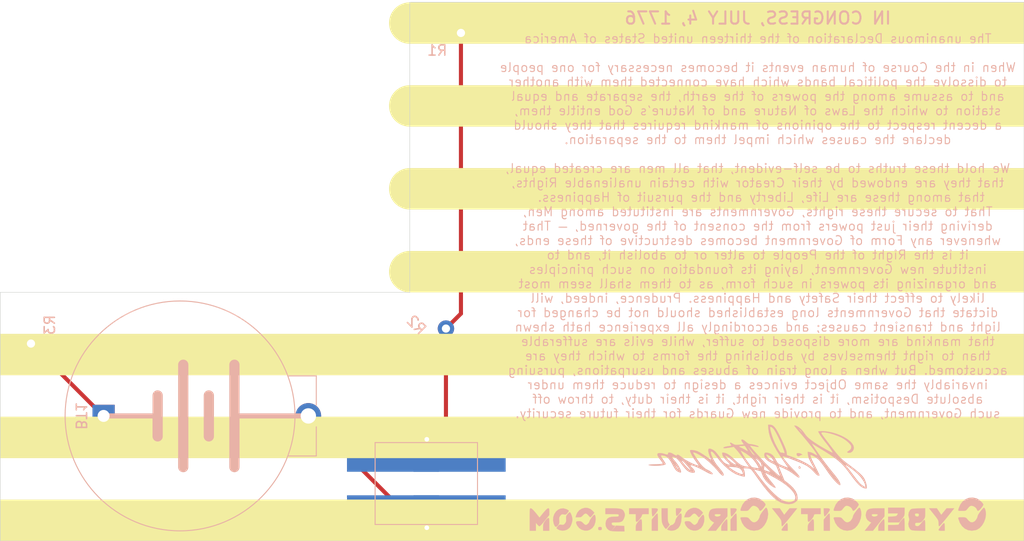
<source format=kicad_pcb>
(kicad_pcb (version 20171130) (host pcbnew "(5.1.5)-3")

  (general
    (thickness 1.6)
    (drawings 15)
    (tracks 12)
    (zones 0)
    (modules 7)
    (nets 4)
  )

  (page A4)
  (layers
    (0 F.Cu signal)
    (31 B.Cu signal)
    (32 B.Adhes user)
    (33 F.Adhes user)
    (34 B.Paste user)
    (35 F.Paste user)
    (36 B.SilkS user)
    (37 F.SilkS user hide)
    (38 B.Mask user)
    (39 F.Mask user)
    (40 Dwgs.User user)
    (41 Cmts.User user)
    (42 Eco1.User user)
    (43 Eco2.User user)
    (44 Edge.Cuts user)
    (45 Margin user)
    (46 B.CrtYd user)
    (47 F.CrtYd user)
    (48 B.Fab user)
    (49 F.Fab user)
  )

  (setup
    (last_trace_width 0.4)
    (trace_clearance 0.2)
    (zone_clearance 0.508)
    (zone_45_only no)
    (trace_min 0.2)
    (via_size 0.8)
    (via_drill 0.5)
    (via_min_size 0.4)
    (via_min_drill 0.3)
    (uvia_size 0.3)
    (uvia_drill 0.1)
    (uvias_allowed no)
    (uvia_min_size 0.2)
    (uvia_min_drill 0.1)
    (edge_width 0.05)
    (segment_width 0.2)
    (pcb_text_width 0.3)
    (pcb_text_size 1.5 1.5)
    (mod_edge_width 0.12)
    (mod_text_size 1 1)
    (mod_text_width 0.15)
    (pad_size 1.524 1.524)
    (pad_drill 0.762)
    (pad_to_mask_clearance 0.051)
    (solder_mask_min_width 0.25)
    (aux_axis_origin 0 0)
    (visible_elements 7FFFFFFF)
    (pcbplotparams
      (layerselection 0x010fc_ffffffff)
      (usegerberextensions false)
      (usegerberattributes false)
      (usegerberadvancedattributes false)
      (creategerberjobfile true)
      (excludeedgelayer true)
      (linewidth 0.100000)
      (plotframeref false)
      (viasonmask false)
      (mode 1)
      (useauxorigin false)
      (hpglpennumber 1)
      (hpglpenspeed 20)
      (hpglpendiameter 15.000000)
      (psnegative false)
      (psa4output false)
      (plotreference true)
      (plotvalue true)
      (plotinvisibletext false)
      (padsonsilk false)
      (subtractmaskfromsilk true)
      (outputformat 1)
      (mirror false)
      (drillshape 0)
      (scaleselection 1)
      (outputdirectory "Gerbers/Body/"))
  )

  (net 0 "")
  (net 1 VCC)
  (net 2 GND)
  (net 3 "Net-(BT1-Pad1)")

  (net_class Default "This is the default net class."
    (clearance 0.2)
    (trace_width 0.4)
    (via_dia 0.8)
    (via_drill 0.5)
    (uvia_dia 0.3)
    (uvia_drill 0.1)
    (add_net GND)
    (add_net "Net-(BT1-Pad1)")
    (add_net VCC)
  )

  (module "CCC-Schematic-Footprints:Schematic - Resistor 10.00mm" (layer B.Cu) (tedit 5EC34B88) (tstamp 5EBF5AF5)
    (at 83 114.1711 270)
    (path /5EC0BEA0)
    (fp_text reference R3 (at 3.1769 -1.836 270) (layer B.SilkS)
      (effects (font (size 1 1) (thickness 0.15)) (justify mirror))
    )
    (fp_text value R (at 0 -2.37 270) (layer B.Fab)
      (effects (font (size 1 1) (thickness 0.15)) (justify mirror))
    )
    (pad 2 thru_hole circle (at 5 0 270) (size 1.6 1.6) (drill 0.8) (layers *.Cu *.Mask)
      (net 2 GND))
  )

  (module "CCC-Schematic-Footprints:Schematic - Resistor 10.00mm" (layer B.Cu) (tedit 5EC34B66) (tstamp 5EBF5D36)
    (at 120 114.1711 315)
    (path /5EC0CA49)
    (fp_text reference R2 (at 2.706027 1.786788 315) (layer B.SilkS)
      (effects (font (size 1 1) (thickness 0.15)) (justify mirror))
    )
    (fp_text value R (at 0 -2.37 315) (layer B.Fab)
      (effects (font (size 1 1) (thickness 0.15)) (justify mirror))
    )
    (fp_text user %R (at 3.81 0 315) (layer B.Fab)
      (effects (font (size 1 1) (thickness 0.15)) (justify mirror))
    )
    (pad 2 thru_hole circle (at 5 0 315) (size 1.6 1.6) (drill 0.8) (layers *.Cu *.Mask)
      (net 1 VCC))
  )

  (module "CCC-Schematic-Footprints:Schematic - Resistor 10.00mm" (layer B.Cu) (tedit 5EC34B3E) (tstamp 5EBF5AE1)
    (at 120 88.82895)
    (path /5EC0C84B)
    (fp_text reference R1 (at 2.682 1.70695 -180) (layer B.SilkS)
      (effects (font (size 1 1) (thickness 0.15)) (justify mirror))
    )
    (fp_text value R (at 0 -2.37 -180) (layer B.Fab)
      (effects (font (size 1 1) (thickness 0.15)) (justify mirror))
    )
    (fp_text user %R (at 3.81 0 -180) (layer B.Fab)
      (effects (font (size 1 1) (thickness 0.15)) (justify mirror))
    )
    (pad 2 thru_hole circle (at 5 0) (size 1.6 1.6) (drill 0.8) (layers *.Cu *.Mask)
      (net 1 VCC))
  )

  (module "CCC_Drawings:Graphic - Thomas Jefferson" (layer B.Cu) (tedit 0) (tstamp 5EBFEFE0)
    (at 154 131.064 180)
    (fp_text reference G*** (at 0 0) (layer B.SilkS) hide
      (effects (font (size 1.524 1.524) (thickness 0.3)) (justify mirror))
    )
    (fp_text value LOGO (at 0.75 0) (layer B.SilkS) hide
      (effects (font (size 1.524 1.524) (thickness 0.3)) (justify mirror))
    )
    (fp_poly (pts (xy -3.810118 1.168517) (xy -3.781965 1.094186) (xy -3.812694 0.993121) (xy -3.897566 0.894832)
      (xy -4.007521 0.876578) (xy -4.112334 0.943371) (xy -4.112381 0.943428) (xy -4.208414 1.004467)
      (xy -4.275543 1.017538) (xy -4.34699 1.022925) (xy -4.335627 1.050076) (xy -4.285404 1.089494)
      (xy -4.161755 1.153737) (xy -4.015297 1.19146) (xy -3.883737 1.196393) (xy -3.810118 1.168517)) (layer B.SilkS) (width 0.01))
    (fp_poly (pts (xy -4.023327 -0.087282) (xy -4.003809 -0.119585) (xy -3.978522 -0.222244) (xy -3.985862 -0.269034)
      (xy -4.048554 -0.331147) (xy -4.130395 -0.323582) (xy -4.177721 -0.267496) (xy -4.168731 -0.180519)
      (xy -4.126754 -0.118047) (xy -4.062959 -0.065817) (xy -4.023327 -0.087282)) (layer B.SilkS) (width 0.01))
    (fp_poly (pts (xy -1.029572 3.568095) (xy -1.078672 3.202366) (xy -1.179506 2.816628) (xy -1.335648 2.403274)
      (xy -1.550672 1.954698) (xy -1.828154 1.463292) (xy -2.171667 0.921448) (xy -2.496125 0.44697)
      (xy -2.648514 0.228906) (xy -2.779215 0.039648) (xy -2.878958 -0.1072) (xy -2.938474 -0.198035)
      (xy -2.951238 -0.220934) (xy -2.910654 -0.217197) (xy -2.803963 -0.183493) (xy -2.653763 -0.128519)
      (xy -2.482648 -0.060971) (xy -2.313216 0.010454) (xy -2.168061 0.07706) (xy -2.13789 0.092105)
      (xy -2.008673 0.17423) (xy -1.906543 0.285642) (xy -1.832211 0.411423) (xy -1.546166 0.411423)
      (xy -1.519084 0.390824) (xy -1.422431 0.426756) (xy -1.316454 0.479378) (xy -1.125146 0.605789)
      (xy -0.964113 0.763346) (xy -0.860648 0.924071) (xy -0.847326 0.9603) (xy -0.832305 1.040778)
      (xy -0.874756 1.052424) (xy -0.926557 1.037993) (xy -1.132659 0.939019) (xy -1.311905 0.773185)
      (xy -1.405787 0.649162) (xy -1.507218 0.495291) (xy -1.546166 0.411423) (xy -1.832211 0.411423)
      (xy -1.806323 0.455228) (xy -1.78525 0.49675) (xy -1.62153 0.784606) (xy -1.452516 0.990344)
      (xy -1.261851 1.127975) (xy -1.033178 1.211509) (xy -0.925347 1.233257) (xy -0.763614 1.24435)
      (xy -0.672353 1.201178) (xy -0.634248 1.090164) (xy -0.629694 1.001502) (xy -0.666228 0.798336)
      (xy -0.78165 0.611416) (xy -0.981191 0.435378) (xy -1.270082 0.264861) (xy -1.416576 0.194842)
      (xy -1.582304 0.110491) (xy -1.714348 0.026413) (xy -1.785452 -0.039911) (xy -1.787083 -0.042752)
      (xy -1.829559 -0.136387) (xy -1.893273 -0.292871) (xy -1.967322 -0.483789) (xy -2.040803 -0.680722)
      (xy -2.102814 -0.855252) (xy -2.128416 -0.932452) (xy -2.17103 -1.066617) (xy -2.025237 -0.962803)
      (xy -1.912523 -0.873672) (xy -1.747652 -0.73203) (xy -1.642868 -0.638559) (xy -1.233715 -0.638559)
      (xy -1.064381 -0.604054) (xy -0.892647 -0.55881) (xy -0.735347 -0.503928) (xy -0.63252 -0.453587)
      (xy -0.595078 -0.393638) (xy -0.603402 -0.285583) (xy -0.606119 -0.270174) (xy -0.075945 -0.270174)
      (xy -0.032737 -0.285066) (xy 0.059852 -0.271297) (xy 0.216566 -0.243583) (xy 0.393333 -0.215261)
      (xy 0.416159 -0.21185) (xy 0.500939 -0.194993) (xy 0.573053 -0.163755) (xy 0.646574 -0.104714)
      (xy 0.735578 -0.004445) (xy 0.854138 0.150476) (xy 0.986426 0.332054) (xy 1.146134 0.558872)
      (xy 1.302159 0.790523) (xy 1.436085 0.999082) (xy 1.525907 1.15009) (xy 1.693565 1.453513)
      (xy 1.48783 1.348899) (xy 1.148338 1.150209) (xy 0.817879 0.910141) (xy 0.538021 0.659058)
      (xy 0.524938 0.645548) (xy 0.375911 0.474159) (xy 0.221617 0.270306) (xy 0.081653 0.062451)
      (xy -0.024385 -0.120947) (xy -0.064979 -0.211202) (xy -0.075945 -0.270174) (xy -0.606119 -0.270174)
      (xy -0.608718 -0.25544) (xy -0.631888 -0.135707) (xy -0.642419 -0.091001) (xy -0.371302 -0.091001)
      (xy -0.358189 -0.143784) (xy -0.352942 -0.145143) (xy -0.304032 -0.107113) (xy -0.236255 -0.013132)
      (xy -0.221298 0.012095) (xy -0.142973 0.137185) (xy -0.032993 0.298654) (xy 0.056796 0.423333)
      (xy 0.147342 0.551623) (xy 0.203142 0.642935) (xy 0.212169 0.677333) (xy 0.151733 0.646789)
      (xy 0.048264 0.569721) (xy -0.072799 0.467976) (xy -0.186015 0.363399) (xy -0.265945 0.277837)
      (xy -0.284618 0.250715) (xy -0.328804 0.139342) (xy -0.359603 0.014405) (xy -0.371302 -0.091001)
      (xy -0.642419 -0.091001) (xy -0.648089 -0.066935) (xy -0.650233 -0.061742) (xy -0.685264 -0.08875)
      (xy -0.771488 -0.17014) (xy -0.89293 -0.290637) (xy -0.946195 -0.344736) (xy -1.233715 -0.638559)
      (xy -1.642868 -0.638559) (xy -1.547333 -0.55334) (xy -1.328276 -0.353061) (xy -1.107191 -0.146654)
      (xy -0.900789 0.050419) (xy -0.72578 0.222699) (xy -0.598874 0.354723) (xy -0.586878 0.368015)
      (xy -0.438644 0.532236) (xy -0.265248 0.721785) (xy -0.127259 0.870857) (xy -0.025572 0.981223)
      (xy 0.301798 0.981223) (xy 0.33932 0.989092) (xy 0.408285 1.03095) (xy 0.486319 1.093967)
      (xy 0.535 1.144566) (xy 0.595239 1.224864) (xy 0.678794 1.345839) (xy 0.705102 1.38551)
      (xy 0.967619 1.38551) (xy 1.004677 1.391575) (xy 1.100447 1.438388) (xy 1.197428 1.493994)
      (xy 1.374812 1.593788) (xy 1.559964 1.687451) (xy 1.632857 1.720571) (xy 1.754907 1.78057)
      (xy 1.828595 1.831609) (xy 1.838476 1.847787) (xy 1.795264 1.871271) (xy 1.686148 1.885202)
      (xy 1.624719 1.886857) (xy 1.476569 1.892795) (xy 1.362913 1.907664) (xy 1.339773 1.914174)
      (xy 1.274641 1.894902) (xy 1.187475 1.791235) (xy 1.118101 1.678476) (xy 1.039536 1.536723)
      (xy 0.985085 1.429999) (xy 0.967619 1.38551) (xy 0.705102 1.38551) (xy 0.771046 1.484945)
      (xy 0.857374 1.619636) (xy 0.923161 1.727364) (xy 0.953785 1.785584) (xy 0.953572 1.790095)
      (xy 0.920067 1.755449) (xy 0.84126 1.663844) (xy 0.732419 1.533779) (xy 0.608812 1.383753)
      (xy 0.485708 1.232264) (xy 0.378376 1.097813) (xy 0.31809 1.020174) (xy 0.301798 0.981223)
      (xy -0.025572 0.981223) (xy 0.109209 1.127506) (xy 0.321172 1.363605) (xy 0.500536 1.569633)
      (xy 0.639207 1.736065) (xy 0.729092 1.85338) (xy 0.762096 1.912055) (xy 0.761069 1.91601)
      (xy 0.705039 1.918877) (xy 0.579444 1.90367) (xy 0.40911 1.873583) (xy 0.369957 1.865669)
      (xy 0.149264 1.821219) (xy 0.009492 1.797488) (xy -0.06291 1.794281) (xy -0.081496 1.811399)
      (xy -0.059817 1.848647) (xy -0.05097 1.859547) (xy 0.024375 1.904134) (xy 0.166959 1.955327)
      (xy 0.348271 2.005751) (xy 0.539803 2.048032) (xy 0.713046 2.074797) (xy 0.802819 2.08038)
      (xy 0.935792 2.121161) (xy 1.107371 2.245106) (xy 1.166148 2.298095) (xy 1.331508 2.432852)
      (xy 1.466705 2.507264) (xy 1.561333 2.523155) (xy 1.604988 2.482352) (xy 1.587265 2.386679)
      (xy 1.499031 2.239688) (xy 1.356409 2.045751) (xy 1.791421 2.012912) (xy 2.003423 1.999008)
      (xy 2.147733 1.998512) (xy 2.252962 2.015416) (xy 2.347722 2.053711) (xy 2.435848 2.102798)
      (xy 2.562377 2.173498) (xy 2.653087 2.217852) (xy 2.677298 2.225523) (xy 2.709288 2.191738)
      (xy 2.69638 2.116952) (xy 2.646832 2.041017) (xy 2.637294 2.032442) (xy 2.586701 1.971136)
      (xy 2.61157 1.926177) (xy 2.719458 1.892366) (xy 2.874356 1.869411) (xy 3.100997 1.8338)
      (xy 3.264017 1.789588) (xy 3.352576 1.740848) (xy 3.355835 1.691658) (xy 3.353542 1.689237)
      (xy 3.278367 1.671001) (xy 3.114921 1.679891) (xy 2.861058 1.716041) (xy 2.827512 1.721689)
      (xy 2.350363 1.803022) (xy 2.082324 1.516114) (xy 1.938087 1.349469) (xy 1.767965 1.134411)
      (xy 1.597805 0.904301) (xy 1.505735 0.77184) (xy 1.361118 0.559169) (xy 1.216534 0.349421)
      (xy 1.091949 0.171425) (xy 1.0281 0.082214) (xy 0.859016 -0.150047) (xy 1.118937 -0.117752)
      (xy 1.347665 -0.076507) (xy 1.551131 -0.006747) (xy 1.726169 0.09029) (xy 2.128762 0.09029)
      (xy 2.165267 0.073311) (xy 2.26216 0.103551) (xy 2.400509 0.172812) (xy 2.561381 0.272896)
      (xy 2.579946 0.285648) (xy 2.895728 0.552747) (xy 3.120412 0.835395) (xy 3.174347 0.92511)
      (xy 3.174227 0.952933) (xy 3.118948 0.937958) (xy 3.11458 0.936379) (xy 3.008279 0.879903)
      (xy 2.862103 0.778865) (xy 2.693625 0.648349) (xy 2.52042 0.503437) (xy 2.360062 0.359213)
      (xy 2.230123 0.230759) (xy 2.148178 0.133158) (xy 2.128762 0.09029) (xy 1.726169 0.09029)
      (xy 1.749085 0.102994) (xy 1.961273 0.264177) (xy 2.207445 0.488266) (xy 2.273539 0.552448)
      (xy 2.539768 0.802496) (xy 2.763506 0.985869) (xy 2.96062 1.113077) (xy 3.146977 1.194629)
      (xy 3.30425 1.235059) (xy 3.421564 1.251097) (xy 3.472269 1.232259) (xy 3.483422 1.167963)
      (xy 3.483428 1.164973) (xy 3.443045 0.968459) (xy 3.319717 0.750371) (xy 3.110181 0.505456)
      (xy 3.01547 0.412043) (xy 2.877341 0.273927) (xy 2.77583 0.159523) (xy 2.724681 0.085045)
      (xy 2.722975 0.066993) (xy 2.795233 0.054678) (xy 2.920436 0.082675) (xy 3.069254 0.140369)
      (xy 3.212353 0.217149) (xy 3.286983 0.271061) (xy 3.37924 0.365046) (xy 3.504629 0.514411)
      (xy 3.642593 0.694038) (xy 3.711635 0.789867) (xy 3.854194 0.984263) (xy 4.000575 1.170109)
      (xy 4.127319 1.318107) (xy 4.172067 1.364916) (xy 4.311856 1.475371) (xy 4.474323 1.564534)
      (xy 4.631207 1.620751) (xy 4.754245 1.632369) (xy 4.79083 1.620072) (xy 4.839254 1.534984)
      (xy 4.83824 1.37699) (xy 4.789486 1.155329) (xy 4.694695 0.879237) (xy 4.622381 0.704855)
      (xy 4.572694 0.587707) (xy 4.563922 0.543497) (xy 4.59807 0.556571) (xy 4.637862 0.583903)
      (xy 4.999169 0.834646) (xy 5.293717 1.032426) (xy 5.531383 1.183355) (xy 5.722043 1.293544)
      (xy 5.875576 1.369105) (xy 5.961743 1.403107) (xy 6.145346 1.455528) (xy 6.326954 1.488127)
      (xy 6.483379 1.49916) (xy 6.591433 1.486883) (xy 6.62819 1.453243) (xy 6.599513 1.31961)
      (xy 6.520111 1.129603) (xy 6.39993 0.902228) (xy 6.248916 0.65649) (xy 6.097078 0.43833)
      (xy 5.966584 0.258896) (xy 5.862216 0.109934) (xy 5.794726 0.00718) (xy 5.774715 -0.033509)
      (xy 5.824539 -0.027009) (xy 5.939093 0.005045) (xy 6.071063 0.048124) (xy 6.326904 0.150373)
      (xy 6.615931 0.288473) (xy 6.907786 0.445946) (xy 7.172109 0.606316) (xy 7.378542 0.753107)
      (xy 7.395431 0.766902) (xy 7.536807 0.878809) (xy 7.665152 0.97114) (xy 7.729857 1.011161)
      (xy 7.831193 1.042586) (xy 7.902636 1.029562) (xy 7.915901 0.979499) (xy 7.90831 0.964422)
      (xy 7.919571 0.943998) (xy 7.990644 0.962282) (xy 8.09763 1.009442) (xy 8.216635 1.075646)
      (xy 8.279002 1.116934) (xy 8.409526 1.189178) (xy 8.548584 1.235595) (xy 8.669357 1.25132)
      (xy 8.745022 1.231488) (xy 8.757693 1.203758) (xy 8.776293 1.096163) (xy 8.838184 1.051075)
      (xy 8.957164 1.064779) (xy 9.095555 1.112736) (xy 9.371208 1.188595) (xy 9.57505 1.199764)
      (xy 9.712927 1.184676) (xy 9.781461 1.152291) (xy 9.808064 1.086515) (xy 9.811625 1.06085)
      (xy 9.794418 0.953343) (xy 9.717255 0.805158) (xy 9.593911 0.630035) (xy 9.477817 0.47673)
      (xy 9.380893 0.348476) (xy 9.321007 0.268923) (xy 9.315044 0.260934) (xy 9.294116 0.186216)
      (xy 9.306913 0.159558) (xy 9.366936 0.144418) (xy 9.505003 0.129545) (xy 9.702406 0.116394)
      (xy 9.940435 0.106419) (xy 10.018821 0.104217) (xy 10.314976 0.093337) (xy 10.526433 0.077913)
      (xy 10.650805 0.058593) (xy 10.685704 0.036026) (xy 10.628741 0.01086) (xy 10.477529 -0.016257)
      (xy 10.467723 -0.017615) (xy 10.23083 -0.039531) (xy 9.97379 -0.045877) (xy 9.714481 -0.038361)
      (xy 9.470784 -0.018693) (xy 9.260577 0.011417) (xy 9.101739 0.050258) (xy 9.01215 0.096122)
      (xy 8.998857 0.12286) (xy 9.02479 0.190949) (xy 9.093623 0.314133) (xy 9.191905 0.468846)
      (xy 9.220436 0.511057) (xy 9.352678 0.706729) (xy 9.432741 0.836694) (xy 9.464167 0.914351)
      (xy 9.450498 0.9531) (xy 9.395279 0.966342) (xy 9.341146 0.967619) (xy 9.105565 0.932739)
      (xy 8.890751 0.823945) (xy 8.689416 0.634999) (xy 8.494273 0.359667) (xy 8.369931 0.136527)
      (xy 8.225553 -0.135428) (xy 8.107185 -0.334073) (xy 8.001184 -0.474359) (xy 7.893906 -0.571241)
      (xy 7.771709 -0.63967) (xy 7.620949 -0.6946) (xy 7.607904 -0.698655) (xy 7.525728 -0.708745)
      (xy 7.500006 -0.651565) (xy 7.499085 -0.620118) (xy 7.530061 -0.474342) (xy 7.553938 -0.4193)
      (xy 7.758975 -0.4193) (xy 7.780416 -0.41157) (xy 7.841184 -0.338667) (xy 7.93566 -0.202789)
      (xy 8.010609 -0.072572) (xy 8.083668 0.072571) (xy 7.940807 -0.089776) (xy 7.845786 -0.213953)
      (xy 7.78129 -0.32774) (xy 7.771382 -0.355871) (xy 7.758975 -0.4193) (xy 7.553938 -0.4193)
      (xy 7.61513 -0.278243) (xy 7.74262 -0.052477) (xy 7.859514 0.120952) (xy 8.079619 0.120952)
      (xy 8.103809 0.096761) (xy 8.128 0.120952) (xy 8.103809 0.145142) (xy 8.079619 0.120952)
      (xy 7.859514 0.120952) (xy 7.900863 0.182299) (xy 8.078185 0.40543) (xy 8.079175 0.406567)
      (xy 8.207141 0.557785) (xy 8.30638 0.683062) (xy 8.362503 0.763843) (xy 8.369904 0.78152)
      (xy 8.331643 0.819606) (xy 8.235318 0.817728) (xy 8.108615 0.780749) (xy 7.979221 0.713531)
      (xy 7.977916 0.712662) (xy 7.879975 0.627864) (xy 7.746251 0.48626) (xy 7.59684 0.310036)
      (xy 7.493968 0.178347) (xy 7.290869 -0.086402) (xy 7.128779 -0.284123) (xy 6.994864 -0.428184)
      (xy 6.876291 -0.531954) (xy 6.760227 -0.608804) (xy 6.714784 -0.633384) (xy 6.561154 -0.692312)
      (xy 6.401688 -0.722426) (xy 6.26227 -0.722974) (xy 6.168784 -0.693204) (xy 6.144381 -0.649963)
      (xy 6.190846 -0.491488) (xy 6.206796 -0.470827) (xy 6.568289 -0.470827) (xy 6.598022 -0.474784)
      (xy 6.676939 -0.423516) (xy 6.797649 -0.320403) (xy 6.952763 -0.168821) (xy 6.965014 -0.156175)
      (xy 7.116929 0.008423) (xy 7.251872 0.167549) (xy 7.348255 0.295261) (xy 7.37147 0.332264)
      (xy 7.427112 0.435073) (xy 7.434613 0.470815) (xy 7.393664 0.456538) (xy 7.369443 0.443744)
      (xy 7.280977 0.37518) (xy 7.148365 0.245805) (xy 6.986503 0.071474) (xy 6.810283 -0.131961)
      (xy 6.685935 -0.283731) (xy 6.59513 -0.408269) (xy 6.568289 -0.470827) (xy 6.206796 -0.470827)
      (xy 6.32854 -0.313128) (xy 6.415179 -0.231286) (xy 6.538882 -0.1069) (xy 6.580949 -0.025058)
      (xy 6.541638 0.010849) (xy 6.421204 -0.002574) (xy 6.398381 -0.008449) (xy 6.225832 -0.067597)
      (xy 5.993208 -0.164885) (xy 5.723793 -0.289321) (xy 5.440871 -0.429912) (xy 5.167727 -0.575668)
      (xy 5.027367 -0.655655) (xy 4.819749 -0.765658) (xy 4.638826 -0.839696) (xy 4.499834 -0.873482)
      (xy 4.418008 -0.862726) (xy 4.402666 -0.831528) (xy 4.442594 -0.757445) (xy 4.547078 -0.659697)
      (xy 4.693169 -0.555924) (xy 4.85792 -0.463762) (xy 4.914836 -0.437897) (xy 5.13259 -0.314827)
      (xy 5.358295 -0.124488) (xy 5.596936 0.138835) (xy 5.853501 0.480856) (xy 6.132975 0.907288)
      (xy 6.236486 1.076476) (xy 6.301696 1.188861) (xy 6.317788 1.241467) (xy 6.286275 1.256973)
      (xy 6.248604 1.257904) (xy 6.140538 1.231902) (xy 5.975335 1.161614) (xy 5.774862 1.058625)
      (xy 5.560986 0.934515) (xy 5.355576 0.800867) (xy 5.270893 0.740075) (xy 4.754451 0.319254)
      (xy 4.272796 -0.143646) (xy 3.917195 -0.544569) (xy 3.710401 -0.784154) (xy 3.548601 -0.940467)
      (xy 3.432306 -1.013187) (xy 3.36203 -1.001996) (xy 3.338286 -0.906573) (xy 3.338285 -0.905672)
      (xy 3.350109 -0.834762) (xy 3.3792 -0.770946) (xy 3.543671 -0.770946) (xy 3.550289 -0.774096)
      (xy 3.594441 -0.740036) (xy 3.604381 -0.725715) (xy 3.616709 -0.680484) (xy 3.610091 -0.677334)
      (xy 3.56594 -0.711393) (xy 3.556 -0.725715) (xy 3.543671 -0.770946) (xy 3.3792 -0.770946)
      (xy 3.390879 -0.745329) (xy 3.468541 -0.625847) (xy 3.591043 -0.464788) (xy 3.76633 -0.250626)
      (xy 3.895974 -0.096762) (xy 4.050313 0.103374) (xy 4.196665 0.326016) (xy 4.328839 0.55715)
      (xy 4.440646 0.782759) (xy 4.525896 0.988827) (xy 4.578397 1.16134) (xy 4.591961 1.286281)
      (xy 4.560396 1.349634) (xy 4.537014 1.354666) (xy 4.4459 1.319682) (xy 4.323399 1.211641)
      (xy 4.164959 1.02591) (xy 4.006808 0.814857) (xy 3.668866 0.388166) (xy 3.295245 -0.009489)
      (xy 2.903627 -0.361988) (xy 2.511692 -0.653214) (xy 2.190165 -0.841214) (xy 2.036241 -0.907288)
      (xy 1.838739 -0.977084) (xy 1.629855 -1.04087) (xy 1.441786 -1.088913) (xy 1.306727 -1.111481)
      (xy 1.29419 -1.112047) (xy 1.266951 -1.070166) (xy 1.257633 -0.962152) (xy 1.264393 -0.819609)
      (xy 1.451428 -0.819609) (xy 1.490931 -0.859741) (xy 1.601384 -0.853044) (xy 1.770704 -0.802371)
      (xy 1.986806 -0.710574) (xy 2.05619 -0.676824) (xy 2.261109 -0.563569) (xy 2.481318 -0.425474)
      (xy 2.612571 -0.333774) (xy 2.878666 -0.135686) (xy 2.467428 -0.159267) (xy 2.144404 -0.19101)
      (xy 1.902003 -0.248082) (xy 1.726019 -0.336565) (xy 1.602246 -0.462538) (xy 1.550389 -0.551839)
      (xy 1.490976 -0.687341) (xy 1.455671 -0.792532) (xy 1.451428 -0.819609) (xy 1.264393 -0.819609)
      (xy 1.264535 -0.816627) (xy 1.285961 -0.662211) (xy 1.320212 -0.527525) (xy 1.330476 -0.500538)
      (xy 1.376984 -0.383434) (xy 1.401783 -0.309698) (xy 1.403047 -0.302067) (xy 1.358852 -0.29318)
      (xy 1.242274 -0.292708) (xy 1.077327 -0.300641) (xy 1.054999 -0.302187) (xy 0.948479 -0.308034)
      (xy 0.86374 -0.314003) (xy 0.792145 -0.328556) (xy 0.725057 -0.360158) (xy 0.653839 -0.417269)
      (xy 0.569855 -0.508354) (xy 0.464466 -0.641875) (xy 0.329038 -0.826294) (xy 0.154932 -1.070075)
      (xy -0.066488 -1.381681) (xy -0.112203 -1.445861) (xy -0.526164 -2.007024) (xy -0.907737 -2.482447)
      (xy -1.260864 -2.876073) (xy -1.58949 -3.191843) (xy -1.897559 -3.4337) (xy -2.189015 -3.605585)
      (xy -2.336453 -3.669047) (xy -2.690612 -3.766702) (xy -3.036313 -3.796809) (xy -3.346051 -3.757061)
      (xy -3.355321 -3.754537) (xy -3.545216 -3.676479) (xy -3.71203 -3.565361) (xy -3.739578 -3.539896)
      (xy -3.835282 -3.426799) (xy -3.878978 -3.311526) (xy -3.888773 -3.158891) (xy -3.670212 -3.158891)
      (xy -3.626867 -3.330625) (xy -3.504942 -3.466472) (xy -3.302079 -3.560994) (xy -3.235583 -3.578175)
      (xy -3.033422 -3.598242) (xy -2.815152 -3.564073) (xy -2.552441 -3.471307) (xy -2.257179 -3.312582)
      (xy -1.926156 -3.071068) (xy -1.564328 -2.751753) (xy -1.176648 -2.359626) (xy -0.768072 -1.899677)
      (xy -0.343554 -1.376894) (xy 0.058927 -0.841834) (xy 0.378885 -0.401572) (xy 0.056395 -0.489663)
      (xy -0.108686 -0.533892) (xy -0.234454 -0.565978) (xy -0.294291 -0.579135) (xy -0.294723 -0.579163)
      (xy -0.324337 -0.621866) (xy -0.365701 -0.727973) (xy -0.384041 -0.786191) (xy -0.544007 -1.170852)
      (xy -0.789552 -1.523604) (xy -0.993608 -1.736194) (xy -1.150754 -1.871597) (xy -1.319764 -1.998708)
      (xy -1.481652 -2.105479) (xy -1.617433 -2.179861) (xy -1.708124 -2.209806) (xy -1.730899 -2.204086)
      (xy -1.725483 -2.145296) (xy -1.65332 -2.023238) (xy -1.513439 -1.836469) (xy -1.34646 -1.632754)
      (xy -1.179775 -1.42805) (xy -1.179154 -1.427239) (xy -1.016 -1.427239) (xy -0.99181 -1.451429)
      (xy -0.967619 -1.427239) (xy -0.99181 -1.403048) (xy -1.016 -1.427239) (xy -1.179154 -1.427239)
      (xy -1.025505 -1.226691) (xy -0.893863 -1.043374) (xy -0.795066 -0.892796) (xy -0.739329 -0.789654)
      (xy -0.733207 -0.750476) (xy -0.783193 -0.76301) (xy -0.901398 -0.817017) (xy -1.073005 -0.904298)
      (xy -1.283192 -1.016653) (xy -1.517143 -1.145883) (xy -1.760036 -1.283788) (xy -1.997054 -1.422168)
      (xy -2.213377 -1.552825) (xy -2.394186 -1.667558) (xy -2.412196 -1.67947) (xy -2.790797 -1.952299)
      (xy -3.104969 -2.221877) (xy -3.352356 -2.482764) (xy -3.530598 -2.729522) (xy -3.637336 -2.95671)
      (xy -3.670212 -3.158891) (xy -3.888773 -3.158891) (xy -3.889085 -3.154035) (xy -3.841327 -2.846201)
      (xy -3.699557 -2.531962) (xy -3.466031 -2.21468) (xy -3.143006 -1.897715) (xy -2.930815 -1.726856)
      (xy -2.595915 -1.473553) (xy -2.318281 -0.797253) (xy -2.222693 -0.561643) (xy -2.143041 -0.359999)
      (xy -2.085382 -0.208084) (xy -2.055772 -0.121664) (xy -2.05343 -0.107878) (xy -2.103105 -0.118026)
      (xy -2.219016 -0.162474) (xy -2.380907 -0.23214) (xy -2.568519 -0.317947) (xy -2.761596 -0.410815)
      (xy -2.93988 -0.501664) (xy -2.980411 -0.523346) (xy -3.165998 -0.634559) (xy -3.381725 -0.779646)
      (xy -3.584376 -0.929377) (xy -3.605901 -0.946378) (xy -3.800123 -1.094432) (xy -3.933934 -1.178207)
      (xy -4.016345 -1.200828) (xy -4.056369 -1.165419) (xy -4.064 -1.105214) (xy -4.026956 -1.023439)
      (xy -3.916306 -0.880558) (xy -3.732773 -0.677417) (xy -3.47708 -0.414864) (xy -3.457098 -0.394881)
      (xy -3.243329 -0.173985) (xy -3.03357 0.056128) (xy -2.838512 0.282302) (xy -2.668846 0.491383)
      (xy -2.535264 0.670215) (xy -2.448455 0.805642) (xy -2.419048 0.882435) (xy -2.461328 0.880831)
      (xy -2.578319 0.84799) (xy -2.755246 0.78949) (xy -2.977336 0.710907) (xy -3.229812 0.617818)
      (xy -3.497902 0.515801) (xy -3.76683 0.410434) (xy -4.021822 0.307292) (xy -4.248104 0.211953)
      (xy -4.430901 0.129995) (xy -4.496525 0.098219) (xy -4.720623 -0.019901) (xy -4.909388 -0.135699)
      (xy -5.082906 -0.265378) (xy -5.261262 -0.425142) (xy -5.464542 -0.631198) (xy -5.655271 -0.836609)
      (xy -5.789509 -0.956452) (xy -5.908504 -1.013535) (xy -5.932264 -1.016) (xy -6.008353 -1.006665)
      (xy -6.019993 -0.959594) (xy -5.994745 -0.882953) (xy -5.954536 -0.793004) (xy -5.878648 -0.637006)
      (xy -5.776759 -0.434382) (xy -5.658552 -0.204553) (xy -5.614944 -0.120953) (xy -5.426439 0.248421)
      (xy -5.283866 0.548365) (xy -5.18854 0.775737) (xy -5.141776 0.927394) (xy -5.144886 1.000195)
      (xy -5.145728 1.001092) (xy -5.21373 1.006158) (xy -5.336369 0.960792) (xy -5.493919 0.876472)
      (xy -5.666652 0.764678) (xy -5.834843 0.636889) (xy -5.951514 0.53219) (xy -6.06988 0.401032)
      (xy -6.224613 0.208243) (xy -6.400423 -0.025987) (xy -6.582019 -0.281472) (xy -6.702717 -0.45962)
      (xy -6.91258 -0.763997) (xy -7.123206 -1.047179) (xy -7.328034 -1.302664) (xy -7.520503 -1.523949)
      (xy -7.694053 -1.704531) (xy -7.842122 -1.837909) (xy -7.958149 -1.91758) (xy -8.035573 -1.93704)
      (xy -8.067834 -1.889789) (xy -8.057364 -1.802191) (xy -8.006763 -1.658658) (xy -7.916203 -1.488785)
      (xy -7.778753 -1.282223) (xy -7.705677 -1.185334) (xy -7.499048 -1.185334) (xy -7.474857 -1.209524)
      (xy -7.450667 -1.185334) (xy -7.474857 -1.161143) (xy -7.499048 -1.185334) (xy -7.705677 -1.185334)
      (xy -7.587478 -1.028618) (xy -7.335445 -0.71762) (xy -7.312075 -0.689502) (xy -6.914332 -0.197001)
      (xy -6.506116 0.335273) (xy -6.106874 0.880712) (xy -5.736056 1.412709) (xy -5.41311 1.904654)
      (xy -5.395055 1.93331) (xy -5.318676 2.056923) (xy -5.2922 2.112147) (xy -5.313767 2.112341)
      (xy -5.375356 2.074821) (xy -5.461519 2.021067) (xy -5.609512 1.930214) (xy -5.798303 1.815127)
      (xy -5.999238 1.693276) (xy -6.505849 1.38337) (xy -6.938142 1.109683) (xy -7.307162 0.862873)
      (xy -7.623956 0.633595) (xy -7.899568 0.412506) (xy -8.145043 0.19026) (xy -8.371426 -0.042485)
      (xy -8.589763 -0.295074) (xy -8.811098 -0.576852) (xy -9.023492 -0.865209) (xy -9.32458 -1.270832)
      (xy -9.587462 -1.597252) (xy -9.81889 -1.850949) (xy -10.025614 -2.038403) (xy -10.214387 -2.166096)
      (xy -10.391959 -2.240508) (xy -10.475841 -2.259308) (xy -10.588011 -2.271656) (xy -10.634236 -2.242233)
      (xy -10.643743 -2.146747) (xy -10.64381 -2.119683) (xy -10.631641 -2.017046) (xy -10.498667 -2.017046)
      (xy -10.498667 -2.134233) (xy -10.350199 -2.046831) (xy -10.213732 -1.957127) (xy -10.064711 -1.846245)
      (xy -10.035764 -1.822893) (xy -9.951019 -1.737986) (xy -9.823481 -1.591076) (xy -9.666791 -1.398758)
      (xy -9.49459 -1.177628) (xy -9.379548 -1.024607) (xy -9.203251 -0.789695) (xy -9.033029 -0.568376)
      (xy -8.882882 -0.378459) (xy -8.766809 -0.237751) (xy -8.717413 -0.182317) (xy -8.624605 -0.076538)
      (xy -8.572645 -0.000681) (xy -8.56865 0.021348) (xy -8.623235 0.012056) (xy -8.736686 -0.048892)
      (xy -8.894001 -0.150652) (xy -9.080177 -0.28238) (xy -9.280212 -0.433232) (xy -9.479102 -0.592365)
      (xy -9.661845 -0.748936) (xy -9.760836 -0.84033) (xy -9.991345 -1.084156) (xy -10.191421 -1.33997)
      (xy -10.349995 -1.590114) (xy -10.455997 -1.816935) (xy -10.498355 -2.002776) (xy -10.498667 -2.017046)
      (xy -10.631641 -2.017046) (xy -10.617587 -1.898521) (xy -10.547802 -1.641304) (xy -10.447779 -1.39025)
      (xy -10.36592 -1.239222) (xy -10.268797 -1.103215) (xy -10.140369 -0.957459) (xy -9.971718 -0.794038)
      (xy -9.753921 -0.605036) (xy -9.478058 -0.382538) (xy -9.135208 -0.118629) (xy -8.924007 0.040202)
      (xy -8.698121 0.210011) (xy -8.50481 0.359399) (xy -8.334977 0.498133) (xy -8.179522 0.635984)
      (xy -8.029346 0.78272) (xy -7.875351 0.94811) (xy -7.708439 1.141921) (xy -7.51951 1.373924)
      (xy -7.299466 1.653887) (xy -7.039208 1.991579) (xy -6.732137 2.393491) (xy -6.532804 2.655815)
      (xy -6.386602 2.851959) (xy -6.287411 2.992244) (xy -6.229113 3.086992) (xy -6.205587 3.146525)
      (xy -6.210715 3.181162) (xy -6.238379 3.201225) (xy -6.250404 3.206037) (xy -6.394844 3.224671)
      (xy -6.609012 3.207119) (xy -6.874978 3.158175) (xy -7.174813 3.08263) (xy -7.490588 2.985275)
      (xy -7.804374 2.870904) (xy -8.098241 2.744307) (xy -8.238127 2.674765) (xy -8.46752 2.536692)
      (xy -8.688166 2.372864) (xy -8.881836 2.199924) (xy -9.0303 2.034515) (xy -9.115327 1.89328)
      (xy -9.12398 1.866019) (xy -9.12251 1.6868) (xy -9.032826 1.528272) (xy -8.867008 1.4072)
      (xy -8.754423 1.333269) (xy -8.735546 1.272175) (xy -8.810063 1.229628) (xy -8.877396 1.217647)
      (xy -9.05964 1.240747) (xy -9.21885 1.340282) (xy -9.334264 1.495952) (xy -9.385118 1.687456)
      (xy -9.385905 1.71482) (xy -9.339608 1.92828) (xy -9.208093 2.145629) (xy -9.002422 2.361119)
      (xy -8.733658 2.569003) (xy -8.412862 2.763534) (xy -8.051099 2.938963) (xy -7.659429 3.089545)
      (xy -7.248916 3.209531) (xy -6.830622 3.293174) (xy -6.415609 3.334727) (xy -6.261078 3.338285)
      (xy -6.088757 3.334521) (xy -5.96172 3.324573) (xy -5.903753 3.310456) (xy -5.902477 3.307889)
      (xy -5.931082 3.226072) (xy -6.009916 3.084612) (xy -6.128504 2.899218) (xy -6.276374 2.6856)
      (xy -6.443052 2.459468) (xy -6.610602 2.245725) (xy -6.823308 1.976993) (xy -7.006667 1.733025)
      (xy -7.15286 1.525091) (xy -7.254066 1.36446) (xy -7.302465 1.262401) (xy -7.305524 1.244257)
      (xy -7.266342 1.247416) (xy -7.158349 1.292483) (xy -6.995871 1.371861) (xy -6.793235 1.477955)
      (xy -6.564769 1.603166) (xy -6.324801 1.739898) (xy -6.087657 1.880555) (xy -5.975048 1.949716)
      (xy -5.582709 2.200403) (xy -5.267054 2.417724) (xy -5.017559 2.61024) (xy -4.823699 2.786507)
      (xy -4.674951 2.955086) (xy -4.590258 3.075902) (xy -4.461812 3.253411) (xy -4.297471 3.253411)
      (xy -4.293464 3.241523) (xy -4.253408 3.273392) (xy -4.169809 3.354781) (xy -4.109777 3.416697)
      (xy -4.034368 3.502966) (xy -4.014855 3.541628) (xy -4.03981 3.533019) (xy -4.109653 3.476797)
      (xy -4.19082 3.394283) (xy -4.260897 3.311235) (xy -4.297471 3.253411) (xy -4.461812 3.253411)
      (xy -4.408857 3.326592) (xy -4.204169 3.549548) (xy -3.995832 3.726382) (xy -3.803485 3.838702)
      (xy -3.757992 3.855231) (xy -3.639929 3.883635) (xy -3.567049 3.88665) (xy -3.56081 3.883349)
      (xy -3.582925 3.840767) (xy -3.659482 3.73759) (xy -3.780917 3.585794) (xy -3.937667 3.397353)
      (xy -4.107131 3.199279) (xy -4.424213 2.828409) (xy -4.72163 2.4712) (xy -4.993777 2.135076)
      (xy -5.235051 1.827458) (xy -5.439849 1.555767) (xy -5.602565 1.327426) (xy -5.717598 1.149856)
      (xy -5.779342 1.030479) (xy -5.784097 0.978255) (xy -5.734684 0.989875) (xy -5.629778 1.043453)
      (xy -5.518135 1.111025) (xy -5.345831 1.203686) (xy -5.167333 1.272331) (xy -5.074274 1.293837)
      (xy -4.873291 1.320794) (xy -4.895567 1.052183) (xy -4.91236 0.920468) (xy -4.944685 0.789525)
      (xy -4.999745 0.642176) (xy -5.084747 0.461243) (xy -5.206896 0.229547) (xy -5.3454 -0.020299)
      (xy -5.533327 -0.355075) (xy -5.207207 -0.105117) (xy -4.909154 0.096961) (xy -4.537275 0.306654)
      (xy -4.112779 0.513356) (xy -3.656872 0.706461) (xy -3.36857 0.81441) (xy -2.842472 1.001252)
      (xy -2.824694 1.198626) (xy -2.612766 1.198626) (xy -2.574179 1.188179) (xy -2.485229 1.211953)
      (xy -2.362365 1.239595) (xy -2.277602 1.234887) (xy -2.215076 1.255414) (xy -2.12744 1.351662)
      (xy -2.012296 1.527289) (xy -1.867243 1.785953) (xy -1.691152 2.128761) (xy -1.586166 2.357754)
      (xy -1.484493 2.612363) (xy -1.390985 2.876076) (xy -1.31049 3.13238) (xy -1.247858 3.36476)
      (xy -1.20794 3.556704) (xy -1.195586 3.691699) (xy -1.214284 3.752465) (xy -1.297379 3.751342)
      (xy -1.411354 3.68193) (xy -1.535617 3.557873) (xy -1.566529 3.519064) (xy -1.6689 3.364885)
      (xy -1.791488 3.14954) (xy -1.926898 2.889431) (xy -2.067736 2.600958) (xy -2.206605 2.300524)
      (xy -2.336112 2.004529) (xy -2.44886 1.729375) (xy -2.537456 1.491462) (xy -2.594504 1.307193)
      (xy -2.612766 1.198626) (xy -2.824694 1.198626) (xy -2.824291 1.203092) (xy -2.806782 1.319674)
      (xy -2.770962 1.456244) (xy -2.711959 1.625325) (xy -2.624903 1.83944) (xy -2.504921 2.111114)
      (xy -2.347144 2.452871) (xy -2.294888 2.56419) (xy -2.09816 2.970896) (xy -1.927954 3.294926)
      (xy -1.77765 3.544514) (xy -1.640631 3.727895) (xy -1.510279 3.853304) (xy -1.379976 3.928974)
      (xy -1.243105 3.96314) (xy -1.167283 3.967238) (xy -1.002361 3.967238) (xy -1.029572 3.568095)) (layer B.SilkS) (width 0.01))
  )

  (module "CCC-Schematic-Footprints:Schematic - Battery CR2032" (layer B.Cu) (tedit 5D0C1A8D) (tstamp 5EBF7255)
    (at 100 126.238)
    (descr http://www.memoryprotectiondevices.com/datasheets/BS-7-datasheet.pdf)
    (path /5EC2909C)
    (fp_text reference BT1 (at -12.116 0 270 unlocked) (layer B.SilkS)
      (effects (font (size 1 1) (thickness 0.15)) (justify mirror))
    )
    (fp_text value Battery_Cell (at 0 -14) (layer B.Fab)
      (effects (font (size 1 1) (thickness 0.15)) (justify mirror))
    )
    (fp_line (start -13.8684 -11.43) (end 11.6078 -11.43) (layer B.CrtYd) (width 0.05))
    (fp_line (start -13.8684 11.43) (end 11.6078 11.43) (layer B.CrtYd) (width 0.05))
    (fp_line (start 11.6078 11.43) (end 11.6078 -11.43) (layer B.CrtYd) (width 0.05))
    (fp_line (start -13.8684 11.43) (end -13.8684 -11.43) (layer B.CrtYd) (width 0.05))
    (fp_line (start 10.8712 -3.9116) (end 10.8712 -1.0668) (layer B.SilkS) (width 0.1))
    (fp_line (start 10.8712 3.9116) (end 10.8712 1.0668) (layer B.SilkS) (width 0.1))
    (fp_line (start 8.128 -3.9116) (end 10.8712 -3.9116) (layer B.SilkS) (width 0.1))
    (fp_line (start 8.128 3.9116) (end 10.8712 3.9116) (layer B.SilkS) (width 0.1))
    (fp_line (start 10.7696 3.81) (end 10.7696 -3.81) (layer B.Fab) (width 0.1))
    (fp_line (start 8.0772 -3.81) (end 10.7696 -3.81) (layer B.Fab) (width 0.1))
    (fp_line (start 8.0772 3.81) (end 10.7696 3.81) (layer B.Fab) (width 0.1))
    (fp_text user %R (at 0 0) (layer B.Fab)
      (effects (font (size 1 1) (thickness 0.15)) (justify mirror))
    )
    (fp_circle (center -2.4384 0) (end -13.6652 0) (layer B.SilkS) (width 0.1))
    (fp_circle (center -2.4384 0) (end -13.6144 0) (layer B.Fab) (width 0.1))
    (fp_line (start 2.874 -5) (end 2.874 5) (layer B.SilkS) (width 1))
    (fp_line (start 0.374 -2) (end 0.374 2) (layer B.SilkS) (width 1))
    (fp_line (start -2.126 -5) (end -2.126 5) (layer B.SilkS) (width 1))
    (fp_line (start -4.626 -2) (end -4.626 2) (layer B.SilkS) (width 1))
    (fp_line (start 10.094 0) (end 2.874 0) (layer B.SilkS) (width 0.5))
    (fp_line (start -4.626 0) (end -9.906 0) (layer B.SilkS) (width 0.5))
    (pad 2 thru_hole rect (at -9.906 0) (size 2.17 2.17) (drill 1.17) (layers *.Cu *.Mask)
      (net 2 GND))
    (pad 1 thru_hole circle (at 10.094 0) (size 2.5 2.5) (drill 1.5) (layers *.Cu *.Mask)
      (net 3 "Net-(BT1-Pad1)"))
  )

  (module "CCC_Drawings:Text - Website - Cyber City Circuits - 45mm" (layer B.Cu) (tedit 0) (tstamp 5EBFE305)
    (at 154 135.89 180)
    (fp_text reference G*** (at 0 0) (layer B.SilkS) hide
      (effects (font (size 1.524 1.524) (thickness 0.3)) (justify mirror))
    )
    (fp_text value LOGO (at 0.75 0) (layer B.SilkS) hide
      (effects (font (size 1.524 1.524) (thickness 0.3)) (justify mirror))
    )
    (fp_poly (pts (xy 0.643968 1.652359) (xy 0.972548 1.523658) (xy 1.259871 1.303362) (xy 1.491972 1.000047)
      (xy 1.654881 0.622291) (xy 1.683117 0.517407) (xy 1.695396 0.446085) (xy 1.677126 0.404045)
      (xy 1.609191 0.383555) (xy 1.472478 0.376884) (xy 1.334246 0.376296) (xy 1.138713 0.378749)
      (xy 1.012083 0.395341) (xy 0.922662 0.439922) (xy 0.83876 0.526343) (xy 0.760228 0.62716)
      (xy 0.623036 0.785657) (xy 0.505917 0.861296) (xy 0.39759 0.87779) (xy 0.220318 0.838803)
      (xy 0.049586 0.739032) (xy -0.07936 0.603566) (xy -0.124641 0.506056) (xy -0.186064 0.39657)
      (xy -0.28723 0.398793) (xy -0.429621 0.513218) (xy -0.542795 0.645213) (xy -0.655853 0.799927)
      (xy -0.73265 0.926207) (xy -0.754456 0.985265) (xy -0.713094 1.085318) (xy -0.605161 1.217222)
      (xy -0.454883 1.358835) (xy -0.286484 1.488017) (xy -0.124193 1.582625) (xy -0.081088 1.600672)
      (xy 0.2881 1.68089) (xy 0.643968 1.652359)) (layer B.SilkS) (width 0.01))
    (fp_poly (pts (xy -8.459794 1.652359) (xy -8.131215 1.523658) (xy -7.843891 1.303362) (xy -7.611791 1.000047)
      (xy -7.448881 0.622291) (xy -7.420646 0.517407) (xy -7.408366 0.446085) (xy -7.426636 0.404045)
      (xy -7.494571 0.383555) (xy -7.631285 0.376884) (xy -7.769517 0.376296) (xy -7.965049 0.378749)
      (xy -8.09168 0.395341) (xy -8.1811 0.439922) (xy -8.265002 0.526343) (xy -8.343534 0.62716)
      (xy -8.480726 0.785657) (xy -8.597845 0.861296) (xy -8.706173 0.87779) (xy -8.883444 0.838803)
      (xy -9.054177 0.739032) (xy -9.183122 0.603566) (xy -9.228404 0.506056) (xy -9.289826 0.39657)
      (xy -9.390993 0.398793) (xy -9.533383 0.513218) (xy -9.646558 0.645213) (xy -9.759616 0.799927)
      (xy -9.836413 0.926207) (xy -9.858218 0.985265) (xy -9.816857 1.085318) (xy -9.708924 1.217222)
      (xy -9.558645 1.358835) (xy -9.390247 1.488017) (xy -9.227956 1.582625) (xy -9.18485 1.600672)
      (xy -8.815662 1.68089) (xy -8.459794 1.652359)) (layer B.SilkS) (width 0.01))
    (fp_poly (pts (xy -20.631676 1.652359) (xy -20.303096 1.523658) (xy -20.015772 1.303362) (xy -19.783672 1.000047)
      (xy -19.620763 0.622291) (xy -19.592527 0.517407) (xy -19.580247 0.446085) (xy -19.598518 0.404045)
      (xy -19.666452 0.383555) (xy -19.803166 0.376884) (xy -19.941398 0.376296) (xy -20.13693 0.378749)
      (xy -20.263561 0.395341) (xy -20.352981 0.439922) (xy -20.436883 0.526343) (xy -20.515415 0.62716)
      (xy -20.652607 0.785657) (xy -20.769727 0.861296) (xy -20.878054 0.87779) (xy -21.055326 0.838803)
      (xy -21.226058 0.739032) (xy -21.355004 0.603566) (xy -21.400285 0.506056) (xy -21.461707 0.39657)
      (xy -21.562874 0.398793) (xy -21.705264 0.513218) (xy -21.818439 0.645213) (xy -21.931497 0.799927)
      (xy -22.008294 0.926207) (xy -22.030099 0.985265) (xy -21.988738 1.085318) (xy -21.880805 1.217222)
      (xy -21.730526 1.358835) (xy -21.562128 1.488017) (xy -21.399837 1.582625) (xy -21.356732 1.600672)
      (xy -20.987543 1.68089) (xy -20.631676 1.652359)) (layer B.SilkS) (width 0.01))
    (fp_poly (pts (xy 7.997228 0.250864) (xy 7.988964 0.021471) (xy 7.957487 -0.096694) (xy 7.892765 -0.106784)
      (xy 7.784766 -0.011954) (xy 7.655621 0.143485) (xy 7.509438 0.347125) (xy 7.446727 0.487862)
      (xy 7.468748 0.575081) (xy 7.57676 0.618162) (xy 7.720594 0.62716) (xy 7.997228 0.62716)
      (xy 7.997228 0.250864)) (layer B.SilkS) (width 0.01))
    (fp_poly (pts (xy 10.351014 0.240163) (xy 10.335451 0.034245) (xy 10.309943 -0.114113) (xy 10.284319 -0.168083)
      (xy 10.225458 -0.137371) (xy 10.121082 -0.036413) (xy 9.995111 0.111316) (xy 9.839305 0.323659)
      (xy 9.765164 0.47094) (xy 9.774042 0.563629) (xy 9.867292 0.612195) (xy 10.046269 0.627106)
      (xy 10.061806 0.62716) (xy 10.365988 0.62716) (xy 10.351014 0.240163)) (layer B.SilkS) (width 0.01))
    (fp_poly (pts (xy 2.655568 0.240163) (xy 2.640005 0.034245) (xy 2.614498 -0.114113) (xy 2.588873 -0.168083)
      (xy 2.530013 -0.137371) (xy 2.425637 -0.036413) (xy 2.299665 0.111316) (xy 2.143859 0.323659)
      (xy 2.069719 0.47094) (xy 2.078597 0.563629) (xy 2.171847 0.612195) (xy 2.350823 0.627106)
      (xy 2.36636 0.62716) (xy 2.670542 0.62716) (xy 2.655568 0.240163)) (layer B.SilkS) (width 0.01))
    (fp_poly (pts (xy -6.448194 0.240163) (xy -6.463757 0.034245) (xy -6.489265 -0.114113) (xy -6.514889 -0.168083)
      (xy -6.57375 -0.137371) (xy -6.678126 -0.036413) (xy -6.804097 0.111316) (xy -6.959903 0.323659)
      (xy -7.034044 0.47094) (xy -7.025166 0.563629) (xy -6.931916 0.612195) (xy -6.752939 0.627106)
      (xy -6.737402 0.62716) (xy -6.43322 0.62716) (xy -6.448194 0.240163)) (layer B.SilkS) (width 0.01))
    (fp_poly (pts (xy 17.18566 0.596082) (xy 17.42892 0.443346) (xy 17.623783 0.218396) (xy 17.746072 -0.058272)
      (xy 17.799915 -0.250864) (xy 17.522029 -0.250864) (xy 17.347856 -0.241191) (xy 17.231602 -0.199849)
      (xy 17.131151 -0.108358) (xy 17.093252 -0.062716) (xy 16.957906 0.066374) (xy 16.829093 0.124613)
      (xy 16.815518 0.125432) (xy 16.685681 0.0743) (xy 16.549325 -0.060585) (xy 16.547723 -0.062716)
      (xy 16.448985 -0.180962) (xy 16.374686 -0.246318) (xy 16.36137 -0.250864) (xy 16.302788 -0.209175)
      (xy 16.204168 -0.102962) (xy 16.142639 -0.026987) (xy 15.969307 0.19689) (xy 16.130091 0.376797)
      (xy 16.366218 0.56696) (xy 16.634237 0.663293) (xy 16.914075 0.671199) (xy 17.18566 0.596082)) (layer B.SilkS) (width 0.01))
    (fp_poly (pts (xy 6.572986 0.596082) (xy 6.816247 0.443346) (xy 7.011109 0.218396) (xy 7.133399 -0.058272)
      (xy 7.187242 -0.250864) (xy 6.909356 -0.250864) (xy 6.735183 -0.241191) (xy 6.618929 -0.199849)
      (xy 6.518478 -0.108358) (xy 6.480579 -0.062716) (xy 6.345233 0.066374) (xy 6.216419 0.124613)
      (xy 6.202845 0.125432) (xy 6.073008 0.0743) (xy 5.936652 -0.060585) (xy 5.935049 -0.062716)
      (xy 5.836312 -0.180962) (xy 5.762013 -0.246318) (xy 5.748697 -0.250864) (xy 5.690115 -0.209175)
      (xy 5.591495 -0.102962) (xy 5.529965 -0.026987) (xy 5.356633 0.19689) (xy 5.517418 0.376797)
      (xy 5.753545 0.56696) (xy 6.021564 0.663293) (xy 6.301401 0.671199) (xy 6.572986 0.596082)) (layer B.SilkS) (width 0.01))
    (fp_poly (pts (xy 12.574257 0.062716) (xy 11.920396 0.062716) (xy 11.920396 -0.31358) (xy 11.916083 -0.525644)
      (xy 11.898726 -0.640216) (xy 11.861693 -0.684981) (xy 11.830274 -0.689877) (xy 11.74833 -0.647362)
      (xy 11.628979 -0.537291) (xy 11.528492 -0.420959) (xy 11.414684 -0.259407) (xy 11.337849 -0.117879)
      (xy 11.316831 -0.044663) (xy 11.301652 0.014215) (xy 11.242044 0.047047) (xy 11.116902 0.060766)
      (xy 10.989901 0.062716) (xy 10.66297 0.062716) (xy 10.66297 0.62716) (xy 12.574257 0.62716)
      (xy 12.574257 0.062716)) (layer B.SilkS) (width 0.01))
    (fp_poly (pts (xy -4.224951 0.062716) (xy -4.878812 0.062716) (xy -4.878812 -0.31358) (xy -4.883125 -0.525644)
      (xy -4.900482 -0.640216) (xy -4.937515 -0.684981) (xy -4.968934 -0.689877) (xy -5.050878 -0.647362)
      (xy -5.170229 -0.537291) (xy -5.270716 -0.420959) (xy -5.384524 -0.259407) (xy -5.461359 -0.117879)
      (xy -5.482376 -0.044663) (xy -5.497556 0.014215) (xy -5.557164 0.047047) (xy -5.682305 0.060766)
      (xy -5.809307 0.062716) (xy -6.136238 0.062716) (xy -6.136238 0.62716) (xy -4.224951 0.62716)
      (xy -4.224951 0.062716)) (layer B.SilkS) (width 0.01))
    (fp_poly (pts (xy -12.725149 0.125432) (xy -13.693062 0.125432) (xy -13.618107 -0.015679) (xy -13.568673 -0.08732)
      (xy -13.497442 -0.131956) (xy -13.380094 -0.157594) (xy -13.192305 -0.172241) (xy -13.134151 -0.175006)
      (xy -12.725149 -0.193221) (xy -12.725149 -0.752593) (xy -13.809971 -0.752593) (xy -14.072312 -0.421361)
      (xy -14.206577 -0.24754) (xy -14.284833 -0.120858) (xy -14.322196 0.000247) (xy -14.333783 0.157335)
      (xy -14.334654 0.299873) (xy -14.334654 0.689877) (xy -12.725149 0.689877) (xy -12.725149 0.125432)) (layer B.SilkS) (width 0.01))
    (fp_poly (pts (xy -2.837418 0.308206) (xy -2.578405 -0.010749) (xy -2.362716 0.308206) (xy -2.147026 0.62716)
      (xy -1.385155 0.62716) (xy -1.849409 0.045859) (xy -2.038637 -0.1928) (xy -2.167896 -0.364686)
      (xy -2.248606 -0.491397) (xy -2.292189 -0.594531) (xy -2.310064 -0.695686) (xy -2.313651 -0.816461)
      (xy -2.313664 -0.832166) (xy -2.326621 -1.039176) (xy -2.36536 -1.126007) (xy -2.377209 -1.128889)
      (xy -2.430796 -1.086313) (xy -2.54288 -0.967629) (xy -2.701621 -0.786401) (xy -2.895179 -0.556194)
      (xy -3.111715 -0.290573) (xy -3.143565 -0.250864) (xy -3.846375 0.62716) (xy -3.096431 0.62716)
      (xy -2.837418 0.308206)) (layer B.SilkS) (width 0.01))
    (fp_poly (pts (xy -18.178012 0.308206) (xy -17.918999 -0.010749) (xy -17.70331 0.308206) (xy -17.48762 0.62716)
      (xy -16.725749 0.62716) (xy -17.190004 0.045859) (xy -17.379231 -0.1928) (xy -17.50849 -0.364686)
      (xy -17.5892 -0.491397) (xy -17.632783 -0.594531) (xy -17.650658 -0.695686) (xy -17.654245 -0.816461)
      (xy -17.654258 -0.832166) (xy -17.667215 -1.039176) (xy -17.705954 -1.126007) (xy -17.717803 -1.128889)
      (xy -17.77139 -1.086313) (xy -17.883474 -0.967629) (xy -18.042215 -0.786401) (xy -18.235773 -0.556194)
      (xy -18.452309 -0.290573) (xy -18.484159 -0.250864) (xy -19.186969 0.62716) (xy -18.437025 0.62716)
      (xy -18.178012 0.308206)) (layer B.SilkS) (width 0.01))
    (fp_poly (pts (xy 19.250532 0.600174) (xy 19.500702 0.492725) (xy 19.712983 0.311447) (xy 19.87508 0.07059)
      (xy 19.974703 -0.215598) (xy 19.999557 -0.532866) (xy 19.93735 -0.866964) (xy 19.925798 -0.900946)
      (xy 19.832638 -1.104294) (xy 19.734666 -1.185276) (xy 19.62159 -1.146773) (xy 19.503536 -1.019136)
      (xy 19.4223 -0.892194) (xy 19.39125 -0.763952) (xy 19.397537 -0.576818) (xy 19.399642 -0.553534)
      (xy 19.409131 -0.359743) (xy 19.383278 -0.23193) (xy 19.309044 -0.11376) (xy 19.293195 -0.093714)
      (xy 19.190527 0.013493) (xy 19.089343 0.047281) (xy 18.955727 0.030041) (xy 18.81096 0.013561)
      (xy 18.708581 0.055021) (xy 18.605474 0.162079) (xy 18.512957 0.282961) (xy 18.46228 0.36932)
      (xy 18.45901 0.382843) (xy 18.501686 0.429831) (xy 18.610289 0.498057) (xy 18.685691 0.536584)
      (xy 18.974764 0.619543) (xy 19.250532 0.600174)) (layer B.SilkS) (width 0.01))
    (fp_poly (pts (xy 9.405264 0.047037) (xy 9.399525 -0.241218) (xy 9.38446 -0.509224) (xy 9.362886 -0.712709)
      (xy 9.353696 -0.763336) (xy 9.296467 -0.928951) (xy 9.205142 -1.10744) (xy 9.101714 -1.263678)
      (xy 9.00818 -1.36254) (xy 8.967707 -1.379753) (xy 8.908166 -1.338121) (xy 8.810978 -1.233115)
      (xy 8.765016 -1.175926) (xy 8.607724 -0.972099) (xy 8.704852 -0.82404) (xy 8.750039 -0.736621)
      (xy 8.778923 -0.621872) (xy 8.794883 -0.451984) (xy 8.801296 -0.199147) (xy 8.80198 -0.02441)
      (xy 8.80198 0.62716) (xy 9.405544 0.62716) (xy 9.405264 0.047037)) (layer B.SilkS) (width 0.01))
    (fp_poly (pts (xy 15.535088 -1.203319) (xy 15.583824 -1.256034) (xy 15.592079 -1.348395) (xy 15.578926 -1.454426)
      (xy 15.51974 -1.497833) (xy 15.416039 -1.505185) (xy 15.296991 -1.493471) (xy 15.248255 -1.440756)
      (xy 15.24 -1.348395) (xy 15.253152 -1.242364) (xy 15.312339 -1.198957) (xy 15.416039 -1.191605)
      (xy 15.535088 -1.203319)) (layer B.SilkS) (width 0.01))
    (fp_poly (pts (xy 22.20986 0.62401) (xy 22.23909 0.60302) (xy 22.259055 0.546878) (xy 22.271519 0.438274)
      (xy 22.278251 0.259897) (xy 22.281016 -0.005563) (xy 22.28158 -0.375419) (xy 22.281584 -0.47037)
      (xy 22.281584 -1.567901) (xy 21.67802 -1.567901) (xy 21.67802 -0.791841) (xy 21.536951 -0.960365)
      (xy 21.428021 -1.069833) (xy 21.337703 -1.126651) (xy 21.324183 -1.128889) (xy 21.262686 -1.086719)
      (xy 21.147419 -0.971745) (xy 20.994589 -0.801271) (xy 20.820405 -0.592601) (xy 20.811391 -0.581431)
      (xy 20.370297 -0.033973) (xy 20.370297 0.296594) (xy 20.374454 0.489657) (xy 20.393907 0.588353)
      (xy 20.439132 0.623602) (xy 20.482282 0.62716) (xy 20.580262 0.578554) (xy 20.732051 0.437408)
      (xy 20.930258 0.210731) (xy 20.960104 0.174039) (xy 21.32594 -0.279083) (xy 21.691777 0.174039)
      (xy 21.895672 0.411703) (xy 22.054144 0.564779) (xy 22.159803 0.62626) (xy 22.169598 0.62716)
      (xy 22.20986 0.62401)) (layer B.SilkS) (width 0.01))
    (fp_poly (pts (xy 20.547244 -0.357399) (xy 20.665388 -0.470984) (xy 20.766267 -0.594401) (xy 20.883808 -0.763982)
      (xy 20.946019 -0.899138) (xy 20.970223 -1.052201) (xy 20.973861 -1.221562) (xy 20.973861 -1.567901)
      (xy 20.370297 -1.567901) (xy 20.370297 -0.940741) (xy 20.371885 -0.654552) (xy 20.378902 -0.471257)
      (xy 20.39473 -0.36834) (xy 20.422751 -0.323288) (xy 20.464485 -0.31358) (xy 20.547244 -0.357399)) (layer B.SilkS) (width 0.01))
    (fp_poly (pts (xy 18.43841 0.210157) (xy 18.545247 0.107891) (xy 18.58836 0.058356) (xy 18.689186 -0.080512)
      (xy 18.728585 -0.206808) (xy 18.724977 -0.384247) (xy 18.722961 -0.407246) (xy 18.716595 -0.597623)
      (xy 18.751229 -0.728008) (xy 18.833105 -0.848463) (xy 18.935065 -0.955452) (xy 19.035953 -0.991841)
      (xy 19.180485 -0.976841) (xy 19.325967 -0.961675) (xy 19.424404 -0.999285) (xy 19.525954 -1.11015)
      (xy 19.534685 -1.121456) (xy 19.676336 -1.305814) (xy 19.539352 -1.417731) (xy 19.352213 -1.512138)
      (xy 19.114436 -1.551959) (xy 18.866558 -1.535592) (xy 18.649119 -1.461437) (xy 18.635049 -1.453431)
      (xy 18.488166 -1.350855) (xy 18.369933 -1.241433) (xy 18.34776 -1.213846) (xy 18.242202 -1.013937)
      (xy 18.156611 -0.762047) (xy 18.110951 -0.521232) (xy 18.108035 -0.456706) (xy 18.128633 -0.291253)
      (xy 18.179348 -0.099596) (xy 18.246217 0.079983) (xy 18.315276 0.209201) (xy 18.366136 0.250864)
      (xy 18.43841 0.210157)) (layer B.SilkS) (width 0.01))
    (fp_poly (pts (xy 16.0389 -0.045553) (xy 16.144464 -0.160655) (xy 16.261246 -0.312968) (xy 16.365518 -0.470158)
      (xy 16.433552 -0.599886) (xy 16.447128 -0.652565) (xy 16.48796 -0.759732) (xy 16.586493 -0.877405)
      (xy 16.706789 -0.970272) (xy 16.804241 -1.003457) (xy 16.896561 -0.963976) (xy 17.019801 -0.864703)
      (xy 17.068157 -0.815309) (xy 17.197975 -0.695136) (xy 17.328871 -0.639823) (xy 17.497432 -0.627161)
      (xy 17.664998 -0.643633) (xy 17.746957 -0.702252) (xy 17.74747 -0.81682) (xy 17.670699 -1.001139)
      (xy 17.63218 -1.074009) (xy 17.452386 -1.299889) (xy 17.209847 -1.459586) (xy 16.931369 -1.544052)
      (xy 16.643757 -1.54424) (xy 16.429786 -1.479813) (xy 16.164757 -1.297799) (xy 15.974749 -1.037403)
      (xy 15.866708 -0.710872) (xy 15.843564 -0.446156) (xy 15.858989 -0.183456) (xy 15.905952 -0.036589)
      (xy 15.968282 0) (xy 16.0389 -0.045553)) (layer B.SilkS) (width 0.01))
    (fp_poly (pts (xy 11.485666 -0.467892) (xy 11.615708 -0.597155) (xy 11.70473 -0.702935) (xy 11.82795 -0.864491)
      (xy 11.892685 -0.993035) (xy 11.917265 -1.13654) (xy 11.920396 -1.267379) (xy 11.920396 -1.567901)
      (xy 11.316831 -1.567901) (xy 11.316831 -1.003457) (xy 11.323175 -0.698631) (xy 11.347817 -0.512108)
      (xy 11.399175 -0.437369) (xy 11.485666 -0.467892)) (layer B.SilkS) (width 0.01))
    (fp_poly (pts (xy 9.888519 0.083419) (xy 9.998686 -0.026524) (xy 10.124168 -0.174623) (xy 10.361188 -0.474679)
      (xy 10.361188 -1.567901) (xy 9.757624 -1.567901) (xy 9.757624 -0.721235) (xy 9.759921 -0.362444)
      (xy 9.767587 -0.113846) (xy 9.781776 0.039689) (xy 9.803648 0.113289) (xy 9.822386 0.125432)
      (xy 9.888519 0.083419)) (layer B.SilkS) (width 0.01))
    (fp_poly (pts (xy 7.628707 0.077748) (xy 7.748419 -0.043395) (xy 7.873069 -0.20513) (xy 7.97844 -0.374592)
      (xy 8.040317 -0.518916) (xy 8.047525 -0.565894) (xy 8.089671 -0.71986) (xy 8.193122 -0.870799)
      (xy 8.323392 -0.977378) (xy 8.412599 -1.003457) (xy 8.525116 -1.050255) (xy 8.659738 -1.172614)
      (xy 8.699611 -1.220679) (xy 8.86846 -1.437902) (xy 8.731352 -1.502902) (xy 8.492688 -1.560449)
      (xy 8.217748 -1.537701) (xy 8.022376 -1.473701) (xy 7.775293 -1.303561) (xy 7.596273 -1.041622)
      (xy 7.485848 -0.689053) (xy 7.444548 -0.247018) (xy 7.444241 -0.203827) (xy 7.449291 -0.008983)
      (xy 7.470497 0.090374) (xy 7.516293 0.123819) (xy 7.538148 0.125432) (xy 7.628707 0.077748)) (layer B.SilkS) (width 0.01))
    (fp_poly (pts (xy 5.426226 -0.045553) (xy 5.53179 -0.160655) (xy 5.648573 -0.312968) (xy 5.752845 -0.470158)
      (xy 5.820879 -0.599886) (xy 5.834455 -0.652565) (xy 5.875286 -0.759732) (xy 5.97382 -0.877405)
      (xy 6.094116 -0.970272) (xy 6.191567 -1.003457) (xy 6.283888 -0.963976) (xy 6.407128 -0.864703)
      (xy 6.455484 -0.815309) (xy 6.585301 -0.695136) (xy 6.716197 -0.639823) (xy 6.884759 -0.627161)
      (xy 7.052325 -0.643633) (xy 7.134283 -0.702252) (xy 7.134796 -0.81682) (xy 7.058026 -1.001139)
      (xy 7.019507 -1.074009) (xy 6.839713 -1.299889) (xy 6.597174 -1.459586) (xy 6.318695 -1.544052)
      (xy 6.031084 -1.54424) (xy 5.817112 -1.479813) (xy 5.552083 -1.297799) (xy 5.362076 -1.037403)
      (xy 5.254035 -0.710872) (xy 5.230891 -0.446156) (xy 5.246316 -0.183456) (xy 5.293279 -0.036589)
      (xy 5.355609 0) (xy 5.426226 -0.045553)) (layer B.SilkS) (width 0.01))
    (fp_poly (pts (xy 4.015865 0.621456) (xy 4.272236 0.600614) (xy 4.458282 0.559039) (xy 4.588991 0.491139)
      (xy 4.679353 0.391318) (xy 4.744356 0.253984) (xy 4.754859 0.223839) (xy 4.798893 -0.051846)
      (xy 4.750842 -0.30979) (xy 4.619155 -0.527995) (xy 4.412282 -0.684464) (xy 4.404498 -0.688213)
      (xy 4.2573 -0.757996) (xy 4.579177 -1.162949) (xy 4.901054 -1.567901) (xy 4.097567 -1.567901)
      (xy 2.967525 -0.154827) (xy 2.967525 0.012543) (xy 3.621386 0.012543) (xy 3.664953 -0.085284)
      (xy 3.774036 -0.151246) (xy 3.916212 -0.182093) (xy 4.059056 -0.174573) (xy 4.170142 -0.125435)
      (xy 4.215612 -0.047037) (xy 4.211906 0.014088) (xy 4.16323 0.047416) (xy 4.048731 0.060871)
      (xy 3.926856 0.062716) (xy 3.766593 0.055206) (xy 3.655981 0.035666) (xy 3.621386 0.012543)
      (xy 2.967525 0.012543) (xy 2.967525 0.62716) (xy 3.674181 0.62716) (xy 4.015865 0.621456)) (layer B.SilkS) (width 0.01))
    (fp_poly (pts (xy 3.09842 -0.481025) (xy 3.208587 -0.590968) (xy 3.334069 -0.739068) (xy 3.465118 -0.915334)
      (xy 3.53695 -1.049955) (xy 3.566495 -1.183245) (xy 3.571089 -1.303512) (xy 3.571089 -1.567901)
      (xy 2.967525 -1.567901) (xy 2.967525 -1.003457) (xy 2.971672 -0.716123) (xy 2.985344 -0.537782)
      (xy 3.010384 -0.45236) (xy 3.032287 -0.439012) (xy 3.09842 -0.481025)) (layer B.SilkS) (width 0.01))
    (fp_poly (pts (xy 2.193074 0.083419) (xy 2.303241 -0.026524) (xy 2.428722 -0.174623) (xy 2.665742 -0.474679)
      (xy 2.665742 -1.567901) (xy 2.062178 -1.567901) (xy 2.062178 -0.721235) (xy 2.064476 -0.362444)
      (xy 2.072141 -0.113846) (xy 2.086331 0.039689) (xy 2.108202 0.113289) (xy 2.12694 0.125432)
      (xy 2.193074 0.083419)) (layer B.SilkS) (width 0.01))
    (fp_poly (pts (xy -0.74356 0.644814) (xy -0.633251 0.528305) (xy -0.503646 0.368365) (xy -0.375743 0.193011)
      (xy -0.270539 0.030258) (xy -0.209031 -0.091878) (xy -0.201188 -0.127234) (xy -0.164735 -0.274406)
      (xy -0.073533 -0.447392) (xy 0.045183 -0.59932) (xy 0.102597 -0.650018) (xy 0.301568 -0.747713)
      (xy 0.487767 -0.72968) (xy 0.674569 -0.592877) (xy 0.754455 -0.501728) (xy 0.860649 -0.374347)
      (xy 0.946896 -0.299588) (xy 1.045713 -0.26343) (xy 1.189617 -0.251852) (xy 1.33626 -0.250864)
      (xy 1.528603 -0.252648) (xy 1.639508 -0.263194) (xy 1.688129 -0.290294) (xy 1.693618 -0.34174)
      (xy 1.683117 -0.391975) (xy 1.538673 -0.792935) (xy 1.322688 -1.117855) (xy 1.04792 -1.359131)
      (xy 0.72713 -1.509162) (xy 0.373075 -1.560345) (xy -0.001483 -1.505078) (xy -0.118698 -1.465551)
      (xy -0.388 -1.301453) (xy -0.627919 -1.041459) (xy -0.821858 -0.714086) (xy -0.953219 -0.347853)
      (xy -1.005403 0.028723) (xy -1.00566 0.05842) (xy -0.988015 0.287358) (xy -0.942773 0.491556)
      (xy -0.880274 0.637027) (xy -0.813578 0.689877) (xy -0.74356 0.644814)) (layer B.SilkS) (width 0.01))
    (fp_poly (pts (xy -2.783444 -0.858948) (xy -2.674525 -0.970037) (xy -2.549404 -1.118835) (xy -2.431773 -1.275599)
      (xy -2.345325 -1.410589) (xy -2.313664 -1.49166) (xy -2.360429 -1.540345) (xy -2.502335 -1.564673)
      (xy -2.615446 -1.567901) (xy -2.917228 -1.567901) (xy -2.917228 -1.191605) (xy -2.909158 -0.960094)
      (xy -2.883503 -0.83994) (xy -2.852466 -0.815309) (xy -2.783444 -0.858948)) (layer B.SilkS) (width 0.01))
    (fp_poly (pts (xy -5.313541 -0.467892) (xy -5.1835 -0.597155) (xy -5.094478 -0.702935) (xy -4.971258 -0.864491)
      (xy -4.906523 -0.993035) (xy -4.881943 -1.13654) (xy -4.878812 -1.267379) (xy -4.878812 -1.567901)
      (xy -5.482376 -1.567901) (xy -5.482376 -1.003457) (xy -5.476033 -0.698631) (xy -5.451391 -0.512108)
      (xy -5.400033 -0.437369) (xy -5.313541 -0.467892)) (layer B.SilkS) (width 0.01))
    (fp_poly (pts (xy -6.910689 0.083419) (xy -6.800522 -0.026524) (xy -6.67504 -0.174623) (xy -6.43802 -0.474679)
      (xy -6.43802 -1.567901) (xy -7.041584 -1.567901) (xy -7.041584 -0.721235) (xy -7.039286 -0.362444)
      (xy -7.031621 -0.113846) (xy -7.017432 0.039689) (xy -6.99556 0.113289) (xy -6.976822 0.125432)
      (xy -6.910689 0.083419)) (layer B.SilkS) (width 0.01))
    (fp_poly (pts (xy -9.847323 0.644814) (xy -9.737013 0.528305) (xy -9.607409 0.368365) (xy -9.479506 0.193011)
      (xy -9.374302 0.030258) (xy -9.312793 -0.091878) (xy -9.304951 -0.127234) (xy -9.268498 -0.274406)
      (xy -9.177295 -0.447392) (xy -9.058579 -0.59932) (xy -9.001165 -0.650018) (xy -8.802194 -0.747713)
      (xy -8.615996 -0.72968) (xy -8.429194 -0.592877) (xy -8.349307 -0.501728) (xy -8.243113 -0.374347)
      (xy -8.156867 -0.299588) (xy -8.05805 -0.26343) (xy -7.914145 -0.251852) (xy -7.767502 -0.250864)
      (xy -7.575159 -0.252648) (xy -7.464254 -0.263194) (xy -7.415634 -0.290294) (xy -7.410145 -0.34174)
      (xy -7.420646 -0.391975) (xy -7.565089 -0.792935) (xy -7.781074 -1.117855) (xy -8.055842 -1.359131)
      (xy -8.376633 -1.509162) (xy -8.730687 -1.560345) (xy -9.105245 -1.505078) (xy -9.22246 -1.465551)
      (xy -9.491762 -1.301453) (xy -9.731682 -1.041459) (xy -9.925621 -0.714086) (xy -10.056981 -0.347853)
      (xy -10.109165 0.028723) (xy -10.109423 0.05842) (xy -10.091778 0.287358) (xy -10.046536 0.491556)
      (xy -9.984036 0.637027) (xy -9.91734 0.689877) (xy -9.847323 0.644814)) (layer B.SilkS) (width 0.01))
    (fp_poly (pts (xy -11.324729 0.621456) (xy -11.068358 0.600614) (xy -10.882312 0.559039) (xy -10.751603 0.491139)
      (xy -10.661241 0.391318) (xy -10.596238 0.253984) (xy -10.585735 0.223839) (xy -10.541701 -0.051846)
      (xy -10.589752 -0.30979) (xy -10.721439 -0.527995) (xy -10.928312 -0.684464) (xy -10.936096 -0.688213)
      (xy -11.083294 -0.757996) (xy -10.761417 -1.162949) (xy -10.43954 -1.567901) (xy -11.243027 -1.567901)
      (xy -11.808048 -0.861364) (xy -12.37307 -0.154827) (xy -12.37307 0.012543) (xy -11.719208 0.012543)
      (xy -11.675641 -0.085284) (xy -11.566558 -0.151246) (xy -11.424382 -0.182093) (xy -11.281538 -0.174573)
      (xy -11.170452 -0.125435) (xy -11.124982 -0.047037) (xy -11.128688 0.014088) (xy -11.177364 0.047416)
      (xy -11.291863 0.060871) (xy -11.413738 0.062716) (xy -11.574001 0.055206) (xy -11.684613 0.035666)
      (xy -11.719208 0.012543) (xy -12.37307 0.012543) (xy -12.37307 0.62716) (xy -11.666413 0.62716)
      (xy -11.324729 0.621456)) (layer B.SilkS) (width 0.01))
    (fp_poly (pts (xy -12.242174 -0.481025) (xy -12.132007 -0.590968) (xy -12.006525 -0.739068) (xy -11.875476 -0.915334)
      (xy -11.803644 -1.049955) (xy -11.774099 -1.183245) (xy -11.769505 -1.303512) (xy -11.769505 -1.567901)
      (xy -12.37307 -1.567901) (xy -12.37307 -1.003457) (xy -12.368922 -0.716123) (xy -12.355251 -0.537782)
      (xy -12.33021 -0.45236) (xy -12.308307 -0.439012) (xy -12.242174 -0.481025)) (layer B.SilkS) (width 0.01))
    (fp_poly (pts (xy -14.212821 -0.356168) (xy -14.1036 -0.463568) (xy -13.980959 -0.605232) (xy -13.870288 -0.750612)
      (xy -13.796977 -0.869161) (xy -13.781386 -0.91737) (xy -13.759855 -0.957416) (xy -13.685447 -0.983484)
      (xy -13.543445 -0.997973) (xy -13.319131 -1.003282) (xy -13.253268 -1.003457) (xy -12.725149 -1.003457)
      (xy -12.725149 -1.567901) (xy -14.334654 -1.567901) (xy -14.334654 -0.940741) (xy -14.329725 -0.64071)
      (xy -14.315754 -0.430029) (xy -14.293964 -0.323612) (xy -14.283233 -0.31358) (xy -14.212821 -0.356168)) (layer B.SilkS) (width 0.01))
    (fp_poly (pts (xy -15.671422 0.616341) (xy -15.396194 0.606543) (xy -15.202467 0.594074) (xy -15.071153 0.5749)
      (xy -14.983163 0.544986) (xy -14.91941 0.500298) (xy -14.869278 0.446815) (xy -14.74028 0.220279)
      (xy -14.707693 -0.038385) (xy -14.752944 -0.264336) (xy -14.796316 -0.42586) (xy -14.78928 -0.547945)
      (xy -14.75125 -0.654123) (xy -14.701813 -0.897342) (xy -14.738806 -1.149655) (xy -14.855942 -1.371498)
      (xy -14.867439 -1.385402) (xy -14.926039 -1.446887) (xy -14.991623 -1.489847) (xy -15.083323 -1.518367)
      (xy -15.220266 -1.536533) (xy -15.421581 -1.548428) (xy -15.671422 -1.557082) (xy -16.346535 -1.57762)
      (xy -16.346535 -1.039674) (xy -16.342067 -0.759741) (xy -16.327378 -0.588802) (xy -16.30054 -0.510844)
      (xy -16.281773 -0.501728) (xy -16.216394 -0.543803) (xy -16.105952 -0.654376) (xy -15.97378 -0.809971)
      (xy -15.967416 -0.818008) (xy -15.826844 -0.987394) (xy -15.724532 -1.080529) (xy -15.633308 -1.116432)
      (xy -15.541782 -1.11591) (xy -15.421858 -1.089825) (xy -15.373131 -1.026709) (xy -15.365743 -0.940741)
      (xy -15.372604 -0.852087) (xy -15.409337 -0.805253) (xy -15.500166 -0.786967) (xy -15.651958 -0.783951)
      (xy -15.824181 -0.776197) (xy -15.94123 -0.737696) (xy -16.048325 -0.645586) (xy -16.142354 -0.536037)
      (xy -16.247069 -0.403817) (xy -16.307989 -0.296708) (xy -16.336974 -0.173438) (xy -16.345887 0.007261)
      (xy -16.345899 0.010453) (xy -15.742971 0.010453) (xy -15.720359 -0.121549) (xy -15.639706 -0.176502)
      (xy -15.518442 -0.175441) (xy -15.40011 -0.133948) (xy -15.351918 -0.032401) (xy -15.34967 -0.015679)
      (xy -15.350483 0.074452) (xy -15.397473 0.115124) (xy -15.516051 0.125348) (xy -15.538284 0.125432)
      (xy -15.672779 0.11424) (xy -15.732442 0.071394) (xy -15.742971 0.010453) (xy -16.345899 0.010453)
      (xy -16.346535 0.174377) (xy -16.346535 0.636879) (xy -15.671422 0.616341)) (layer B.SilkS) (width 0.01))
    (fp_poly (pts (xy -18.124038 -0.858948) (xy -18.015119 -0.970037) (xy -17.889998 -1.118835) (xy -17.772367 -1.275599)
      (xy -17.685919 -1.410589) (xy -17.654258 -1.49166) (xy -17.701023 -1.540345) (xy -17.842929 -1.564673)
      (xy -17.95604 -1.567901) (xy -18.257822 -1.567901) (xy -18.257822 -1.191605) (xy -18.249752 -0.960094)
      (xy -18.224097 -0.83994) (xy -18.19306 -0.815309) (xy -18.124038 -0.858948)) (layer B.SilkS) (width 0.01))
    (fp_poly (pts (xy -22.019204 0.644814) (xy -21.908894 0.528305) (xy -21.77929 0.368365) (xy -21.651387 0.193011)
      (xy -21.546183 0.030258) (xy -21.484674 -0.091878) (xy -21.476832 -0.127234) (xy -21.440379 -0.274406)
      (xy -21.349176 -0.447392) (xy -21.23046 -0.59932) (xy -21.173046 -0.650018) (xy -20.974075 -0.747713)
      (xy -20.787877 -0.72968) (xy -20.601075 -0.592877) (xy -20.521188 -0.501728) (xy -20.414995 -0.374347)
      (xy -20.328748 -0.299588) (xy -20.229931 -0.26343) (xy -20.086027 -0.251852) (xy -19.939383 -0.250864)
      (xy -19.74704 -0.252648) (xy -19.636135 -0.263194) (xy -19.587515 -0.290294) (xy -19.582026 -0.34174)
      (xy -19.592527 -0.391975) (xy -19.73697 -0.792935) (xy -19.952956 -1.117855) (xy -20.227723 -1.359131)
      (xy -20.548514 -1.509162) (xy -20.902568 -1.560345) (xy -21.277126 -1.505078) (xy -21.394341 -1.465551)
      (xy -21.663644 -1.301453) (xy -21.903563 -1.041459) (xy -22.097502 -0.714086) (xy -22.228862 -0.347853)
      (xy -22.281047 0.028723) (xy -22.281304 0.05842) (xy -22.263659 0.287358) (xy -22.218417 0.491556)
      (xy -22.155918 0.637027) (xy -22.089221 0.689877) (xy -22.019204 0.644814)) (layer B.SilkS) (width 0.01))
    (fp_poly (pts (xy 13.919049 -1.07535) (xy 14.089128 -1.055083) (xy 14.213656 -1.019586) (xy 14.267819 -0.936898)
      (xy 14.27528 -0.893704) (xy 14.278143 -0.825443) (xy 14.254939 -0.783728) (xy 14.186584 -0.762034)
      (xy 14.053995 -0.753832) (xy 13.862696 -0.752593) (xy 13.582087 -0.741256) (xy 13.380916 -0.700497)
      (xy 13.239224 -0.620194) (xy 13.137053 -0.490226) (xy 13.073731 -0.352463) (xy 13.002964 -0.148619)
      (xy 12.982581 -0.000726) (xy 13.011041 0.142696) (xy 13.05542 0.258919) (xy 13.1271 0.391476)
      (xy 13.226165 0.489193) (xy 13.367224 0.556845) (xy 13.564887 0.599207) (xy 13.833763 0.621053)
      (xy 14.182147 0.62716) (xy 14.887921 0.62716) (xy 14.887921 0.062716) (xy 14.234059 0.062716)
      (xy 13.967124 0.061652) (xy 13.784748 0.05641) (xy 13.6709 0.043915) (xy 13.609549 0.021092)
      (xy 13.584665 -0.015135) (xy 13.580198 -0.062716) (xy 13.588568 -0.125111) (xy 13.627143 -0.162554)
      (xy 13.716121 -0.181316) (xy 13.875698 -0.187667) (xy 13.98419 -0.188148) (xy 14.298122 -0.207229)
      (xy 14.529803 -0.268955) (xy 14.693367 -0.380055) (xy 14.802942 -0.547254) (xy 14.81861 -0.585358)
      (xy 14.877187 -0.864652) (xy 14.844383 -1.126864) (xy 14.729344 -1.350324) (xy 14.541214 -1.513359)
      (xy 14.402386 -1.571643) (xy 14.302033 -1.589351) (xy 14.114232 -1.337305) (xy 13.919049 -1.07535)) (layer B.SilkS) (width 0.01))
    (fp_poly (pts (xy 14.309416 -1.599259) (xy 14.301081 -1.589519) (xy 14.302033 -1.589351) (xy 14.309416 -1.599259)) (layer B.SilkS) (width 0.01))
    (fp_poly (pts (xy 14.301081 -1.589519) (xy 14.273927 -1.59431) (xy 14.073961 -1.612857) (xy 13.831566 -1.62516)
      (xy 13.615029 -1.629121) (xy 13.021147 -1.630617) (xy 13.052079 -1.097531) (xy 13.450242 -1.079026)
      (xy 13.848406 -1.060521) (xy 14.301081 -1.589519)) (layer B.SilkS) (width 0.01))
  )

  (module CCC-Schematic-Footprints:Push_Button_SMD (layer B.Cu) (tedit 5EBF5B6E) (tstamp 5EBF71CA)
    (at 121.618 132.842)
    (path /5EC2F6D9)
    (fp_text reference SW1 (at -5.842 0 90 unlocked) (layer B.SilkS) hide
      (effects (font (size 1 1) (thickness 0.15)) (justify mirror))
    )
    (fp_text value SW_Push (at 0 4.318) (layer B.Fab)
      (effects (font (size 1 1) (thickness 0.15)) (justify mirror))
    )
    (fp_line (start -5 4) (end 5 4) (layer B.SilkS) (width 0.1))
    (fp_line (start 5 4) (end 5 -4) (layer B.SilkS) (width 0.1))
    (fp_line (start -5 -4) (end 5 -4) (layer B.SilkS) (width 0.1))
    (fp_line (start -5 4) (end -5 -4) (layer B.SilkS) (width 0.1))
    (fp_text user Button (at -0.056 -0.472 unlocked) (layer B.SilkS) hide
      (effects (font (size 1 1) (thickness 0.15)) (justify mirror))
    )
    (fp_text user Push (at -0.056 0.798 unlocked) (layer B.SilkS) hide
      (effects (font (size 1 1) (thickness 0.15)) (justify mirror))
    )
    (pad 1 smd rect (at -3.25 2.25) (size 9 2.2) (layers B.Cu B.Paste B.Mask)
      (net 3 "Net-(BT1-Pad1)"))
    (pad 1 smd rect (at 3.25 2.25) (size 9 2.2) (layers B.Cu B.Paste B.Mask)
      (net 3 "Net-(BT1-Pad1)"))
    (pad 2 smd rect (at -3.25 -2.25) (size 9 2.2) (layers B.Cu B.Paste B.Mask)
      (net 1 VCC))
    (pad 2 smd rect (at 3.25 -2.25) (size 9 2.2) (layers B.Cu B.Paste B.Mask)
      (net 1 VCC))
  )

  (gr_line (start 80 128.3369) (end 180 128.3369) (layer F.SilkS) (width 4.047368) (tstamp 5EBFF110))
  (gr_text "IN CONGRESS, JULY 4, 1776" (at 154 87.376) (layer B.SilkS) (tstamp 5EBFD61E)
    (effects (font (size 1.2 1.2) (thickness 0.2)) (justify mirror))
  )
  (gr_text "The unanimous Declaration of the thirteen united States of America\n\nWhen in the Course of human events it becomes necessary for one people\nto dissolve the political bands which have connected them with another\nand to assume among the powers of the earth, the separate and equal\nstation to which the Laws of Nature and of Nature's God entitle them,\na decent respect to the opinions of mankind requires that they should\ndeclare the causes which impel them to the separation.\n\nWe hold these truths to be self-evident, that all men are created equal,\nthat they are endowed by their Creator with certain unalienable Rights,\nthat among these are Life, Liberty and the pursuit of Happiness. \nThat to secure these rights, Governments are instituted among Men,\nderiving their just powers from the consent of the governed, — That\nwhenever any Form of Government becomes destructive of these ends,\nit is the Right of the People to alter or to abolish it, and to\ninstitute new Government, laying its foundation on such principles\nand organizing its powers in such form, as to them shall seem most\nlikely to effect their Safety and Happiness. Prudence, indeed, will\ndictate that Governments long established should not be changed for\nlight and transient causes; and accordingly all experience hath shewn\nthat mankind are more disposed to suffer, while evils are sufferable\nthan to right themselves by abolishing the forms to which they are\naccustomed. But when a long train of abuses and usurpations, pursuing\ninvariably the same Object evinces a design to reduce them under\nabsolute Despotism, it is their right, it is their duty, to throw off\nsuch Government, and to provide new Guards for their future security." (at 154 107.696) (layer B.SilkS)
    (effects (font (size 0.875 0.875) (thickness 0.1)) (justify mirror))
  )
  (gr_line (start 80 136.4316) (end 180 136.4316) (layer F.SilkS) (width 4.047368) (tstamp 5EAF8183))
  (gr_line (start 80 120.2422) (end 180 120.2422) (layer F.SilkS) (width 4.047368) (tstamp 5EAF8183))
  (gr_line (start 120 112.14742) (end 180 112.14742) (layer F.SilkS) (width 4.047368) (tstamp 5EAF8183))
  (gr_line (start 120 104.05268) (end 180 104.05268) (layer F.SilkS) (width 4.047368) (tstamp 5EAF8183))
  (gr_line (start 120 95.95794) (end 180 95.95794) (layer F.SilkS) (width 4.047368) (tstamp 5EAF8183))
  (gr_line (start 120 87.8632) (end 180 87.8632) (layer F.SilkS) (width 4.047368))
  (gr_line (start 80 114.1711) (end 120 114.1711) (layer Edge.Cuts) (width 0.05))
  (gr_line (start 120 85.82895) (end 120 114.1711) (layer Edge.Cuts) (width 0.05))
  (gr_line (start 120 85.82895) (end 180 85.82895) (layer Edge.Cuts) (width 0.05))
  (gr_line (start 180 85.82895) (end 180 138.4553) (layer Edge.Cuts) (width 0.05))
  (gr_line (start 80 138.45531) (end 180 138.45531) (layer Edge.Cuts) (width 0.05))
  (gr_line (start 80 114.1711) (end 80 138.45531) (layer Edge.Cuts) (width 0.05))

  (segment (start 125 116.242168) (end 123.535534 117.706634) (width 0.4) (layer F.Cu) (net 1))
  (segment (start 125 88.82895) (end 125 116.242168) (width 0.4) (layer F.Cu) (net 1))
  (via (at 121.666 128.524) (size 0.8) (drill 0.45) (layers F.Cu B.Cu) (net 1))
  (segment (start 121.67 130.592) (end 121.67 128.528) (width 0.4) (layer B.Cu) (net 1))
  (segment (start 123.535534 126.654466) (end 123.535534 117.706634) (width 0.4) (layer F.Cu) (net 1))
  (segment (start 121.666 128.524) (end 123.535534 126.654466) (width 0.4) (layer F.Cu) (net 1))
  (segment (start 90.0669 126.238) (end 90.094 126.238) (width 0.4) (layer F.Cu) (net 2))
  (segment (start 83 119.1711) (end 90.0669 126.238) (width 0.4) (layer F.Cu) (net 2))
  (segment (start 121.662 135.092) (end 121.662 137.156) (width 0.4) (layer B.Cu) (net 3) (tstamp 5EBFEB28))
  (via (at 121.666 137.16) (size 0.8) (drill 0.45) (layers F.Cu B.Cu) (net 3) (tstamp 5EBFEB29))
  (segment (start 121.016 137.16) (end 121.666 137.16) (width 0.4) (layer F.Cu) (net 3))
  (segment (start 110.094 126.238) (end 121.016 137.16) (width 0.4) (layer F.Cu) (net 3))

)

</source>
